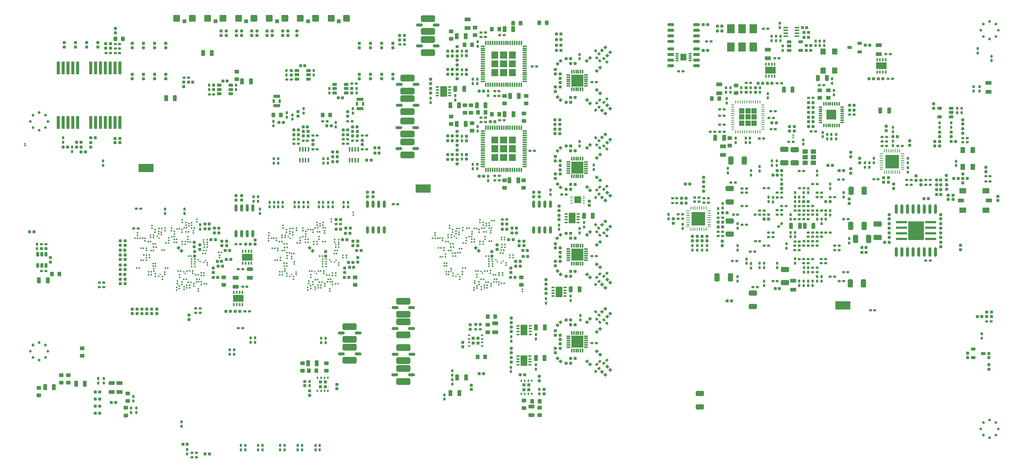
<source format=gbp>
G04*
G04 #@! TF.GenerationSoftware,Altium Limited,Altium Designer,19.1.6 (110)*
G04*
G04 Layer_Color=128*
%FSLAX44Y44*%
%MOMM*%
G71*
G01*
G75*
G04:AMPARAMS|DCode=31|XSize=0.5mm|YSize=0.6mm|CornerRadius=0.05mm|HoleSize=0mm|Usage=FLASHONLY|Rotation=90.000|XOffset=0mm|YOffset=0mm|HoleType=Round|Shape=RoundedRectangle|*
%AMROUNDEDRECTD31*
21,1,0.5000,0.5000,0,0,90.0*
21,1,0.4000,0.6000,0,0,90.0*
1,1,0.1000,0.2500,0.2000*
1,1,0.1000,0.2500,-0.2000*
1,1,0.1000,-0.2500,-0.2000*
1,1,0.1000,-0.2500,0.2000*
%
%ADD31ROUNDEDRECTD31*%
G04:AMPARAMS|DCode=50|XSize=0.6mm|YSize=0.6mm|CornerRadius=0.06mm|HoleSize=0mm|Usage=FLASHONLY|Rotation=315.000|XOffset=0mm|YOffset=0mm|HoleType=Round|Shape=RoundedRectangle|*
%AMROUNDEDRECTD50*
21,1,0.6000,0.4800,0,0,315.0*
21,1,0.4800,0.6000,0,0,315.0*
1,1,0.1200,0.0000,-0.3394*
1,1,0.1200,-0.3394,0.0000*
1,1,0.1200,0.0000,0.3394*
1,1,0.1200,0.3394,0.0000*
%
%ADD50ROUNDEDRECTD50*%
G04:AMPARAMS|DCode=51|XSize=0.5mm|YSize=0.6mm|CornerRadius=0.05mm|HoleSize=0mm|Usage=FLASHONLY|Rotation=180.000|XOffset=0mm|YOffset=0mm|HoleType=Round|Shape=RoundedRectangle|*
%AMROUNDEDRECTD51*
21,1,0.5000,0.5000,0,0,180.0*
21,1,0.4000,0.6000,0,0,180.0*
1,1,0.1000,-0.2000,0.2500*
1,1,0.1000,0.2000,0.2500*
1,1,0.1000,0.2000,-0.2500*
1,1,0.1000,-0.2000,-0.2500*
%
%ADD51ROUNDEDRECTD51*%
G04:AMPARAMS|DCode=60|XSize=0.6mm|YSize=0.6mm|CornerRadius=0.06mm|HoleSize=0mm|Usage=FLASHONLY|Rotation=270.000|XOffset=0mm|YOffset=0mm|HoleType=Round|Shape=RoundedRectangle|*
%AMROUNDEDRECTD60*
21,1,0.6000,0.4800,0,0,270.0*
21,1,0.4800,0.6000,0,0,270.0*
1,1,0.1200,-0.2400,-0.2400*
1,1,0.1200,-0.2400,0.2400*
1,1,0.1200,0.2400,0.2400*
1,1,0.1200,0.2400,-0.2400*
%
%ADD60ROUNDEDRECTD60*%
G04:AMPARAMS|DCode=61|XSize=0.5mm|YSize=0.6mm|CornerRadius=0.05mm|HoleSize=0mm|Usage=FLASHONLY|Rotation=135.000|XOffset=0mm|YOffset=0mm|HoleType=Round|Shape=RoundedRectangle|*
%AMROUNDEDRECTD61*
21,1,0.5000,0.5000,0,0,135.0*
21,1,0.4000,0.6000,0,0,135.0*
1,1,0.1000,0.0354,0.3182*
1,1,0.1000,0.3182,0.0354*
1,1,0.1000,-0.0354,-0.3182*
1,1,0.1000,-0.3182,-0.0354*
%
%ADD61ROUNDEDRECTD61*%
G04:AMPARAMS|DCode=63|XSize=0.5mm|YSize=0.6mm|CornerRadius=0.05mm|HoleSize=0mm|Usage=FLASHONLY|Rotation=225.000|XOffset=0mm|YOffset=0mm|HoleType=Round|Shape=RoundedRectangle|*
%AMROUNDEDRECTD63*
21,1,0.5000,0.5000,0,0,225.0*
21,1,0.4000,0.6000,0,0,225.0*
1,1,0.1000,-0.3182,0.0354*
1,1,0.1000,-0.0354,0.3182*
1,1,0.1000,0.3182,-0.0354*
1,1,0.1000,0.0354,-0.3182*
%
%ADD63ROUNDEDRECTD63*%
G04:AMPARAMS|DCode=65|XSize=1mm|YSize=0.9mm|CornerRadius=0.1125mm|HoleSize=0mm|Usage=FLASHONLY|Rotation=90.000|XOffset=0mm|YOffset=0mm|HoleType=Round|Shape=RoundedRectangle|*
%AMROUNDEDRECTD65*
21,1,1.0000,0.6750,0,0,90.0*
21,1,0.7750,0.9000,0,0,90.0*
1,1,0.2250,0.3375,0.3875*
1,1,0.2250,0.3375,-0.3875*
1,1,0.2250,-0.3375,-0.3875*
1,1,0.2250,-0.3375,0.3875*
%
%ADD65ROUNDEDRECTD65*%
G04:AMPARAMS|DCode=66|XSize=0.6mm|YSize=0.6mm|CornerRadius=0.06mm|HoleSize=0mm|Usage=FLASHONLY|Rotation=0.000|XOffset=0mm|YOffset=0mm|HoleType=Round|Shape=RoundedRectangle|*
%AMROUNDEDRECTD66*
21,1,0.6000,0.4800,0,0,0.0*
21,1,0.4800,0.6000,0,0,0.0*
1,1,0.1200,0.2400,-0.2400*
1,1,0.1200,-0.2400,-0.2400*
1,1,0.1200,-0.2400,0.2400*
1,1,0.1200,0.2400,0.2400*
%
%ADD66ROUNDEDRECTD66*%
G04:AMPARAMS|DCode=67|XSize=1mm|YSize=0.9mm|CornerRadius=0.1125mm|HoleSize=0mm|Usage=FLASHONLY|Rotation=0.000|XOffset=0mm|YOffset=0mm|HoleType=Round|Shape=RoundedRectangle|*
%AMROUNDEDRECTD67*
21,1,1.0000,0.6750,0,0,0.0*
21,1,0.7750,0.9000,0,0,0.0*
1,1,0.2250,0.3875,-0.3375*
1,1,0.2250,-0.3875,-0.3375*
1,1,0.2250,-0.3875,0.3375*
1,1,0.2250,0.3875,0.3375*
%
%ADD67ROUNDEDRECTD67*%
G04:AMPARAMS|DCode=68|XSize=1.3mm|YSize=0.8mm|CornerRadius=0.1mm|HoleSize=0mm|Usage=FLASHONLY|Rotation=180.000|XOffset=0mm|YOffset=0mm|HoleType=Round|Shape=RoundedRectangle|*
%AMROUNDEDRECTD68*
21,1,1.3000,0.6000,0,0,180.0*
21,1,1.1000,0.8000,0,0,180.0*
1,1,0.2000,-0.5500,0.3000*
1,1,0.2000,0.5500,0.3000*
1,1,0.2000,0.5500,-0.3000*
1,1,0.2000,-0.5500,-0.3000*
%
%ADD68ROUNDEDRECTD68*%
G04:AMPARAMS|DCode=74|XSize=1.3mm|YSize=0.8mm|CornerRadius=0.1mm|HoleSize=0mm|Usage=FLASHONLY|Rotation=270.000|XOffset=0mm|YOffset=0mm|HoleType=Round|Shape=RoundedRectangle|*
%AMROUNDEDRECTD74*
21,1,1.3000,0.6000,0,0,270.0*
21,1,1.1000,0.8000,0,0,270.0*
1,1,0.2000,-0.3000,-0.5500*
1,1,0.2000,-0.3000,0.5500*
1,1,0.2000,0.3000,0.5500*
1,1,0.2000,0.3000,-0.5500*
%
%ADD74ROUNDEDRECTD74*%
%ADD77R,3.5000X1.9000*%
G04:AMPARAMS|DCode=81|XSize=0.6mm|YSize=0.6mm|CornerRadius=0.06mm|HoleSize=0mm|Usage=FLASHONLY|Rotation=225.000|XOffset=0mm|YOffset=0mm|HoleType=Round|Shape=RoundedRectangle|*
%AMROUNDEDRECTD81*
21,1,0.6000,0.4800,0,0,225.0*
21,1,0.4800,0.6000,0,0,225.0*
1,1,0.1200,-0.3394,0.0000*
1,1,0.1200,0.0000,0.3394*
1,1,0.1200,0.3394,0.0000*
1,1,0.1200,0.0000,-0.3394*
%
%ADD81ROUNDEDRECTD81*%
G04:AMPARAMS|DCode=89|XSize=0.6mm|YSize=1mm|CornerRadius=0.075mm|HoleSize=0mm|Usage=FLASHONLY|Rotation=0.000|XOffset=0mm|YOffset=0mm|HoleType=Round|Shape=RoundedRectangle|*
%AMROUNDEDRECTD89*
21,1,0.6000,0.8500,0,0,0.0*
21,1,0.4500,1.0000,0,0,0.0*
1,1,0.1500,0.2250,-0.4250*
1,1,0.1500,-0.2250,-0.4250*
1,1,0.1500,-0.2250,0.4250*
1,1,0.1500,0.2250,0.4250*
%
%ADD89ROUNDEDRECTD89*%
%ADD90R,0.4000X1.0000*%
G04:AMPARAMS|DCode=93|XSize=1.5mm|YSize=0.71mm|CornerRadius=0.1775mm|HoleSize=0mm|Usage=FLASHONLY|Rotation=180.000|XOffset=0mm|YOffset=0mm|HoleType=Round|Shape=RoundedRectangle|*
%AMROUNDEDRECTD93*
21,1,1.5000,0.3550,0,0,180.0*
21,1,1.1450,0.7100,0,0,180.0*
1,1,0.3550,-0.5725,0.1775*
1,1,0.3550,0.5725,0.1775*
1,1,0.3550,0.5725,-0.1775*
1,1,0.3550,-0.5725,-0.1775*
%
%ADD93ROUNDEDRECTD93*%
G04:AMPARAMS|DCode=94|XSize=3.25mm|YSize=1.5mm|CornerRadius=0.375mm|HoleSize=0mm|Usage=FLASHONLY|Rotation=180.000|XOffset=0mm|YOffset=0mm|HoleType=Round|Shape=RoundedRectangle|*
%AMROUNDEDRECTD94*
21,1,3.2500,0.7500,0,0,180.0*
21,1,2.5000,1.5000,0,0,180.0*
1,1,0.7500,-1.2500,0.3750*
1,1,0.7500,1.2500,0.3750*
1,1,0.7500,1.2500,-0.3750*
1,1,0.7500,-1.2500,-0.3750*
%
%ADD94ROUNDEDRECTD94*%
%ADD97R,0.3000X0.3100*%
%ADD98R,0.6000X0.9000*%
%ADD99R,1.5000X0.7500*%
G04:AMPARAMS|DCode=107|XSize=1.8mm|YSize=1.15mm|CornerRadius=0.1438mm|HoleSize=0mm|Usage=FLASHONLY|Rotation=90.000|XOffset=0mm|YOffset=0mm|HoleType=Round|Shape=RoundedRectangle|*
%AMROUNDEDRECTD107*
21,1,1.8000,0.8625,0,0,90.0*
21,1,1.5125,1.1500,0,0,90.0*
1,1,0.2875,0.4313,0.7563*
1,1,0.2875,0.4313,-0.7563*
1,1,0.2875,-0.4313,-0.7563*
1,1,0.2875,-0.4313,0.7563*
%
%ADD107ROUNDEDRECTD107*%
G04:AMPARAMS|DCode=108|XSize=1.8mm|YSize=1.15mm|CornerRadius=0.1438mm|HoleSize=0mm|Usage=FLASHONLY|Rotation=180.000|XOffset=0mm|YOffset=0mm|HoleType=Round|Shape=RoundedRectangle|*
%AMROUNDEDRECTD108*
21,1,1.8000,0.8625,0,0,180.0*
21,1,1.5125,1.1500,0,0,180.0*
1,1,0.2875,-0.7563,0.4313*
1,1,0.2875,0.7563,0.4313*
1,1,0.2875,0.7563,-0.4313*
1,1,0.2875,-0.7563,-0.4313*
%
%ADD108ROUNDEDRECTD108*%
G04:AMPARAMS|DCode=119|XSize=0.6mm|YSize=1mm|CornerRadius=0.075mm|HoleSize=0mm|Usage=FLASHONLY|Rotation=90.000|XOffset=0mm|YOffset=0mm|HoleType=Round|Shape=RoundedRectangle|*
%AMROUNDEDRECTD119*
21,1,0.6000,0.8500,0,0,90.0*
21,1,0.4500,1.0000,0,0,90.0*
1,1,0.1500,0.4250,0.2250*
1,1,0.1500,0.4250,-0.2250*
1,1,0.1500,-0.4250,-0.2250*
1,1,0.1500,-0.4250,0.2250*
%
%ADD119ROUNDEDRECTD119*%
%ADD120R,0.3500X0.3000*%
%ADD286R,3.1000X3.1000*%
%ADD344R,0.4500X0.5000*%
%ADD345R,0.8000X0.8000*%
%ADD346R,0.5000X0.4500*%
%ADD347R,0.8000X0.8000*%
G04:AMPARAMS|DCode=348|XSize=0.55mm|YSize=2.6mm|CornerRadius=0.1375mm|HoleSize=0mm|Usage=FLASHONLY|Rotation=270.000|XOffset=0mm|YOffset=0mm|HoleType=Round|Shape=RoundedRectangle|*
%AMROUNDEDRECTD348*
21,1,0.5500,2.3250,0,0,270.0*
21,1,0.2750,2.6000,0,0,270.0*
1,1,0.2750,-1.1625,-0.1375*
1,1,0.2750,-1.1625,0.1375*
1,1,0.2750,1.1625,0.1375*
1,1,0.2750,1.1625,-0.1375*
%
%ADD348ROUNDEDRECTD348*%
%ADD349R,3.6000X4.2000*%
G04:AMPARAMS|DCode=350|XSize=1.5mm|YSize=1.5mm|CornerRadius=0.1875mm|HoleSize=0mm|Usage=FLASHONLY|Rotation=0.000|XOffset=0mm|YOffset=0mm|HoleType=Round|Shape=RoundedRectangle|*
%AMROUNDEDRECTD350*
21,1,1.5000,1.1250,0,0,0.0*
21,1,1.1250,1.5000,0,0,0.0*
1,1,0.3750,0.5625,-0.5625*
1,1,0.3750,-0.5625,-0.5625*
1,1,0.3750,-0.5625,0.5625*
1,1,0.3750,0.5625,0.5625*
%
%ADD350ROUNDEDRECTD350*%
G04:AMPARAMS|DCode=351|XSize=0.9mm|YSize=0.9mm|CornerRadius=0.1125mm|HoleSize=0mm|Usage=FLASHONLY|Rotation=0.000|XOffset=0mm|YOffset=0mm|HoleType=Round|Shape=RoundedRectangle|*
%AMROUNDEDRECTD351*
21,1,0.9000,0.6750,0,0,0.0*
21,1,0.6750,0.9000,0,0,0.0*
1,1,0.2250,0.3375,-0.3375*
1,1,0.2250,-0.3375,-0.3375*
1,1,0.2250,-0.3375,0.3375*
1,1,0.2250,0.3375,0.3375*
%
%ADD351ROUNDEDRECTD351*%
%ADD352R,1.8000X2.0000*%
%ADD353R,1.2500X1.3500*%
%ADD354R,1.5000X1.2000*%
%ADD355R,1.4000X0.9000*%
%ADD356R,1.0000X1.3500*%
%ADD359R,1.0000X0.4000*%
%ADD360O,0.3000X0.9000*%
%ADD361O,0.9000X0.3000*%
%ADD363R,0.8000X3.0000*%
%ADD364R,0.8000X0.3000*%
%ADD365R,1.4000X1.6000*%
G04:AMPARAMS|DCode=366|XSize=0.25mm|YSize=0.75mm|CornerRadius=0.0625mm|HoleSize=0mm|Usage=FLASHONLY|Rotation=180.000|XOffset=0mm|YOffset=0mm|HoleType=Round|Shape=RoundedRectangle|*
%AMROUNDEDRECTD366*
21,1,0.2500,0.6250,0,0,180.0*
21,1,0.1250,0.7500,0,0,180.0*
1,1,0.1250,-0.0625,0.3125*
1,1,0.1250,0.0625,0.3125*
1,1,0.1250,0.0625,-0.3125*
1,1,0.1250,-0.0625,-0.3125*
%
%ADD366ROUNDEDRECTD366*%
G04:AMPARAMS|DCode=367|XSize=0.25mm|YSize=0.75mm|CornerRadius=0.0625mm|HoleSize=0mm|Usage=FLASHONLY|Rotation=90.000|XOffset=0mm|YOffset=0mm|HoleType=Round|Shape=RoundedRectangle|*
%AMROUNDEDRECTD367*
21,1,0.2500,0.6250,0,0,90.0*
21,1,0.1250,0.7500,0,0,90.0*
1,1,0.1250,0.3125,0.0625*
1,1,0.1250,0.3125,-0.0625*
1,1,0.1250,-0.3125,-0.0625*
1,1,0.1250,-0.3125,0.0625*
%
%ADD367ROUNDEDRECTD367*%
G04:AMPARAMS|DCode=369|XSize=0.25mm|YSize=0.8mm|CornerRadius=0.0625mm|HoleSize=0mm|Usage=FLASHONLY|Rotation=270.000|XOffset=0mm|YOffset=0mm|HoleType=Round|Shape=RoundedRectangle|*
%AMROUNDEDRECTD369*
21,1,0.2500,0.6750,0,0,270.0*
21,1,0.1250,0.8000,0,0,270.0*
1,1,0.1250,-0.3375,-0.0625*
1,1,0.1250,-0.3375,0.0625*
1,1,0.1250,0.3375,0.0625*
1,1,0.1250,0.3375,-0.0625*
%
%ADD369ROUNDEDRECTD369*%
G04:AMPARAMS|DCode=370|XSize=0.25mm|YSize=0.8mm|CornerRadius=0.0625mm|HoleSize=0mm|Usage=FLASHONLY|Rotation=0.000|XOffset=0mm|YOffset=0mm|HoleType=Round|Shape=RoundedRectangle|*
%AMROUNDEDRECTD370*
21,1,0.2500,0.6750,0,0,0.0*
21,1,0.1250,0.8000,0,0,0.0*
1,1,0.1250,0.0625,-0.3375*
1,1,0.1250,-0.0625,-0.3375*
1,1,0.1250,-0.0625,0.3375*
1,1,0.1250,0.0625,0.3375*
%
%ADD370ROUNDEDRECTD370*%
%ADD371R,3.1000X3.1000*%
%ADD372R,0.3000X0.3500*%
G04:AMPARAMS|DCode=373|XSize=0.6mm|YSize=1.55mm|CornerRadius=0.15mm|HoleSize=0mm|Usage=FLASHONLY|Rotation=270.000|XOffset=0mm|YOffset=0mm|HoleType=Round|Shape=RoundedRectangle|*
%AMROUNDEDRECTD373*
21,1,0.6000,1.2500,0,0,270.0*
21,1,0.3000,1.5500,0,0,270.0*
1,1,0.3000,-0.6250,-0.1500*
1,1,0.3000,-0.6250,0.1500*
1,1,0.3000,0.6250,0.1500*
1,1,0.3000,0.6250,-0.1500*
%
%ADD373ROUNDEDRECTD373*%
%ADD374R,2.3500X1.6000*%
%ADD375R,0.3000X0.7000*%
%ADD376R,1.6000X2.3500*%
%ADD377R,0.7000X0.3000*%
G04:AMPARAMS|DCode=378|XSize=1mm|YSize=1.2mm|CornerRadius=0.125mm|HoleSize=0mm|Usage=FLASHONLY|Rotation=270.000|XOffset=0mm|YOffset=0mm|HoleType=Round|Shape=RoundedRectangle|*
%AMROUNDEDRECTD378*
21,1,1.0000,0.9500,0,0,270.0*
21,1,0.7500,1.2000,0,0,270.0*
1,1,0.2500,-0.4750,-0.3750*
1,1,0.2500,-0.4750,0.3750*
1,1,0.2500,0.4750,0.3750*
1,1,0.2500,0.4750,-0.3750*
%
%ADD378ROUNDEDRECTD378*%
%ADD379R,1.6000X1.6000*%
%ADD380R,0.6250X0.2500*%
%ADD381O,0.6000X2.2000*%
G04:AMPARAMS|DCode=382|XSize=0.95mm|YSize=0.3mm|CornerRadius=0.075mm|HoleSize=0mm|Usage=FLASHONLY|Rotation=90.000|XOffset=0mm|YOffset=0mm|HoleType=Round|Shape=RoundedRectangle|*
%AMROUNDEDRECTD382*
21,1,0.9500,0.1500,0,0,90.0*
21,1,0.8000,0.3000,0,0,90.0*
1,1,0.1500,0.0750,0.4000*
1,1,0.1500,0.0750,-0.4000*
1,1,0.1500,-0.0750,-0.4000*
1,1,0.1500,-0.0750,0.4000*
%
%ADD382ROUNDEDRECTD382*%
G04:AMPARAMS|DCode=383|XSize=0.95mm|YSize=0.3mm|CornerRadius=0.075mm|HoleSize=0mm|Usage=FLASHONLY|Rotation=0.000|XOffset=0mm|YOffset=0mm|HoleType=Round|Shape=RoundedRectangle|*
%AMROUNDEDRECTD383*
21,1,0.9500,0.1500,0,0,0.0*
21,1,0.8000,0.3000,0,0,0.0*
1,1,0.1500,0.4000,-0.0750*
1,1,0.1500,-0.4000,-0.0750*
1,1,0.1500,-0.4000,0.0750*
1,1,0.1500,0.4000,0.0750*
%
%ADD383ROUNDEDRECTD383*%
G04:AMPARAMS|DCode=385|XSize=0.3mm|YSize=0.35mm|CornerRadius=0mm|HoleSize=0mm|Usage=FLASHONLY|Rotation=315.000|XOffset=0mm|YOffset=0mm|HoleType=Round|Shape=Rectangle|*
%AMROTATEDRECTD385*
4,1,4,-0.2298,-0.0177,0.0177,0.2298,0.2298,0.0177,-0.0177,-0.2298,-0.2298,-0.0177,0.0*
%
%ADD385ROTATEDRECTD385*%

%ADD386O,0.6000X1.7000*%
G04:AMPARAMS|DCode=387|XSize=0.3mm|YSize=0.35mm|CornerRadius=0mm|HoleSize=0mm|Usage=FLASHONLY|Rotation=225.000|XOffset=0mm|YOffset=0mm|HoleType=Round|Shape=Rectangle|*
%AMROTATEDRECTD387*
4,1,4,-0.0177,0.2298,0.2298,-0.0177,0.0177,-0.2298,-0.2298,0.0177,-0.0177,0.2298,0.0*
%
%ADD387ROTATEDRECTD387*%

G04:AMPARAMS|DCode=388|XSize=0.3mm|YSize=0.9mm|CornerRadius=0.075mm|HoleSize=0mm|Usage=FLASHONLY|Rotation=270.000|XOffset=0mm|YOffset=0mm|HoleType=Round|Shape=RoundedRectangle|*
%AMROUNDEDRECTD388*
21,1,0.3000,0.7500,0,0,270.0*
21,1,0.1500,0.9000,0,0,270.0*
1,1,0.1500,-0.3750,-0.0750*
1,1,0.1500,-0.3750,0.0750*
1,1,0.1500,0.3750,0.0750*
1,1,0.1500,0.3750,-0.0750*
%
%ADD388ROUNDEDRECTD388*%
G04:AMPARAMS|DCode=389|XSize=0.3mm|YSize=0.9mm|CornerRadius=0.075mm|HoleSize=0mm|Usage=FLASHONLY|Rotation=0.000|XOffset=0mm|YOffset=0mm|HoleType=Round|Shape=RoundedRectangle|*
%AMROUNDEDRECTD389*
21,1,0.3000,0.7500,0,0,0.0*
21,1,0.1500,0.9000,0,0,0.0*
1,1,0.1500,0.0750,-0.3750*
1,1,0.1500,-0.0750,-0.3750*
1,1,0.1500,-0.0750,0.3750*
1,1,0.1500,0.0750,0.3750*
%
%ADD389ROUNDEDRECTD389*%
%ADD390R,2.7000X2.7000*%
%ADD447R,2.2500X2.2500*%
G36*
X2286699Y1094043D02*
X2287543Y1093199D01*
X2288000Y1092097D01*
Y1091500D01*
Y1090903D01*
X2287543Y1089801D01*
X2286699Y1088957D01*
X2285597Y1088500D01*
X2284403D01*
X2283300Y1088957D01*
X2282457Y1089801D01*
X2282000Y1090903D01*
Y1091500D01*
Y1092097D01*
X2282457Y1093199D01*
X2283300Y1094043D01*
X2284403Y1094500D01*
X2285597D01*
X2286699Y1094043D01*
D02*
G37*
G36*
X2300841Y1088185D02*
X2301263Y1087763D01*
X2301685Y1087342D01*
X2302142Y1086239D01*
Y1085045D01*
X2301685Y1083943D01*
X2301263Y1083521D01*
X2300841Y1083099D01*
X2299739Y1082642D01*
X2298545D01*
X2297443Y1083099D01*
X2297021Y1083521D01*
X2296599Y1083943D01*
X2296142Y1085045D01*
Y1086239D01*
X2296599Y1087342D01*
X2297021Y1087763D01*
X2297443Y1088185D01*
X2298545Y1088642D01*
X2299739D01*
X2300841Y1088185D01*
D02*
G37*
G36*
X2272557D02*
X2272979Y1087763D01*
X2273401Y1087342D01*
X2273858Y1086239D01*
Y1085045D01*
X2273401Y1083943D01*
X2272979Y1083521D01*
X2272557Y1083099D01*
X2271454Y1082642D01*
X2270261D01*
X2269158Y1083099D01*
X2268736Y1083521D01*
X2268315Y1083943D01*
X2267858Y1085045D01*
Y1086239D01*
X2268315Y1087342D01*
X2268736Y1087763D01*
X2269158Y1088185D01*
X2270261Y1088642D01*
X2271454D01*
X2272557Y1088185D01*
D02*
G37*
G36*
X2306699Y1074043D02*
X2307543Y1073199D01*
X2308000Y1072097D01*
Y1071500D01*
Y1070903D01*
X2307543Y1069801D01*
X2306699Y1068957D01*
X2305597Y1068500D01*
X2304403D01*
X2303300Y1068957D01*
X2302457Y1069801D01*
X2302000Y1070903D01*
Y1071500D01*
Y1072097D01*
X2302457Y1073199D01*
X2303300Y1074043D01*
X2304403Y1074500D01*
X2305597D01*
X2306699Y1074043D01*
D02*
G37*
G36*
X2266699D02*
X2267543Y1073199D01*
X2268000Y1072097D01*
Y1071500D01*
Y1070903D01*
X2267543Y1069801D01*
X2266699Y1068957D01*
X2265597Y1068500D01*
X2264403D01*
X2263300Y1068957D01*
X2262457Y1069801D01*
X2262000Y1070903D01*
Y1071500D01*
Y1072097D01*
X2262457Y1073199D01*
X2263300Y1074043D01*
X2264403Y1074500D01*
X2265597D01*
X2266699Y1074043D01*
D02*
G37*
G36*
X2300841Y1059901D02*
X2301263Y1059479D01*
X2301685Y1059057D01*
X2302142Y1057955D01*
Y1056761D01*
X2301685Y1055658D01*
X2301263Y1055237D01*
X2300841Y1054815D01*
X2299739Y1054358D01*
X2298545D01*
X2297443Y1054815D01*
X2297021Y1055237D01*
X2296599Y1055658D01*
X2296142Y1056761D01*
Y1057955D01*
X2296599Y1059057D01*
X2297021Y1059479D01*
X2297443Y1059901D01*
X2298545Y1060358D01*
X2299739D01*
X2300841Y1059901D01*
D02*
G37*
G36*
X2272557D02*
X2272979Y1059479D01*
X2273401Y1059057D01*
X2273858Y1057955D01*
Y1056761D01*
X2273401Y1055658D01*
X2272979Y1055237D01*
X2272557Y1054815D01*
X2271454Y1054358D01*
X2270261D01*
X2269158Y1054815D01*
X2268736Y1055237D01*
X2268315Y1055658D01*
X2267858Y1056761D01*
Y1057955D01*
X2268315Y1059057D01*
X2268736Y1059479D01*
X2269158Y1059901D01*
X2270261Y1060358D01*
X2271454D01*
X2272557Y1059901D01*
D02*
G37*
G36*
X2286699Y1054043D02*
X2287543Y1053199D01*
X2288000Y1052097D01*
Y1051500D01*
Y1050903D01*
X2287543Y1049801D01*
X2286699Y1048957D01*
X2285597Y1048500D01*
X2284403D01*
X2283300Y1048957D01*
X2282457Y1049801D01*
X2282000Y1050903D01*
Y1051500D01*
Y1052097D01*
X2282457Y1053199D01*
X2283300Y1054043D01*
X2284403Y1054500D01*
X2285597D01*
X2286699Y1054043D01*
D02*
G37*
G36*
X1171180Y1007415D02*
X1155509D01*
Y1022979D01*
X1171180D01*
Y1007415D01*
D02*
G37*
G36*
X1191080Y1007408D02*
X1175466D01*
Y1022979D01*
X1191080D01*
Y1007408D01*
D02*
G37*
G36*
X1210980Y1007394D02*
X1195395D01*
Y1022979D01*
X1210980D01*
Y1007394D01*
D02*
G37*
G36*
X1191080Y987464D02*
X1175465D01*
Y1003079D01*
X1191080D01*
Y987464D01*
D02*
G37*
G36*
X1210980Y987464D02*
X1195412D01*
Y1003079D01*
X1210980D01*
Y987464D01*
D02*
G37*
G36*
X1171180Y987463D02*
X1155514D01*
Y1003079D01*
X1171180D01*
Y987463D01*
D02*
G37*
G36*
Y967547D02*
X1155548D01*
Y983179D01*
X1171180D01*
Y967547D01*
D02*
G37*
G36*
X1191080Y967545D02*
X1175472D01*
Y983179D01*
X1191080D01*
Y967545D01*
D02*
G37*
G36*
X1210980Y967538D02*
X1195401D01*
Y983179D01*
X1210980Y983179D01*
Y967538D01*
D02*
G37*
G36*
X1756200Y894751D02*
X1756567Y894598D01*
X1756848Y894317D01*
X1757000Y893949D01*
X1757000Y893750D01*
X1757000D01*
X1757001Y883751D01*
X1757001Y883552D01*
X1756849Y883185D01*
X1756568Y882903D01*
X1756200Y882751D01*
X1756001Y882751D01*
X1756001Y882751D01*
X1746001Y882751D01*
X1745802Y882751D01*
X1745434Y882903D01*
X1745153Y883184D01*
X1745000Y883551D01*
X1745000Y883750D01*
X1745000Y883750D01*
X1745000Y893750D01*
X1745000Y893949D01*
X1745152Y894317D01*
X1745434Y894599D01*
X1745802Y894751D01*
X1746001Y894751D01*
X1746001Y894751D01*
X1756001Y894751D01*
X1756200Y894751D01*
D02*
G37*
G36*
X1742199Y894750D02*
X1742566Y894597D01*
X1742847Y894316D01*
X1743000Y893948D01*
X1742999Y893749D01*
X1743000D01*
X1743000Y883750D01*
X1743000Y883551D01*
X1742848Y883184D01*
X1742567Y882902D01*
X1742199Y882750D01*
X1742000Y882750D01*
X1742000Y882750D01*
X1732000Y882750D01*
X1731801Y882750D01*
X1731433Y882902D01*
X1731152Y883183D01*
X1730999Y883550D01*
X1730999Y883749D01*
X1730999Y883749D01*
X1730999Y893749D01*
X1730999Y893948D01*
X1731151Y894316D01*
X1731433Y894598D01*
X1731801Y894750D01*
X1732000Y894750D01*
X1732000Y894750D01*
X1742000Y894750D01*
X1742199Y894750D01*
D02*
G37*
G36*
X1728199D02*
X1728566Y894597D01*
X1728848Y894316D01*
X1729000Y893948D01*
X1728999Y893749D01*
X1728999D01*
X1729000Y883750D01*
X1729000Y883551D01*
X1728848Y883184D01*
X1728567Y882902D01*
X1728199Y882750D01*
X1728000Y882750D01*
X1728000Y882750D01*
X1718000Y882750D01*
X1717801Y882750D01*
X1717433Y882902D01*
X1717152Y883183D01*
X1716999Y883550D01*
X1716999Y883749D01*
X1716999Y883749D01*
X1716999Y893749D01*
X1716999Y893948D01*
X1717151Y894316D01*
X1717433Y894598D01*
X1717801Y894750D01*
X1718000Y894750D01*
X1718000Y894750D01*
X1728000Y894750D01*
X1728199Y894750D01*
D02*
G37*
G36*
X131949Y887293D02*
X132793Y886449D01*
X133250Y885347D01*
Y884750D01*
Y884153D01*
X132793Y883051D01*
X131949Y882207D01*
X130847Y881750D01*
X129653D01*
X128551Y882207D01*
X127707Y883051D01*
X127250Y884153D01*
Y884750D01*
Y885347D01*
X127707Y886449D01*
X128551Y887293D01*
X129653Y887750D01*
X130847D01*
X131949Y887293D01*
D02*
G37*
G36*
X1756200Y880750D02*
X1756567Y880598D01*
X1756848Y880316D01*
X1757000Y879949D01*
X1757000Y879750D01*
X1757000D01*
X1757001Y869750D01*
X1757001Y869551D01*
X1756849Y869184D01*
X1756568Y868903D01*
X1756200Y868750D01*
X1756001Y868751D01*
X1756001Y868750D01*
X1746001Y868750D01*
X1745802Y868750D01*
X1745434Y868902D01*
X1745153Y869183D01*
X1745000Y869550D01*
X1745000Y869749D01*
X1745000Y869749D01*
X1745000Y879749D01*
X1745000Y879948D01*
X1745152Y880316D01*
X1745434Y880598D01*
X1745802Y880750D01*
X1746001Y880750D01*
X1746001Y880750D01*
X1756001Y880750D01*
X1756200Y880750D01*
D02*
G37*
G36*
X1742199Y880749D02*
X1742566Y880597D01*
X1742847Y880315D01*
X1743000Y879948D01*
X1742999Y879749D01*
X1742999D01*
X1743000Y869749D01*
X1743000Y869550D01*
X1742848Y869183D01*
X1742567Y868902D01*
X1742199Y868749D01*
X1742000Y868749D01*
X1742000Y868749D01*
X1732000Y868749D01*
X1731801Y868749D01*
X1731433Y868901D01*
X1731152Y869182D01*
X1730999Y869549D01*
X1730999Y869748D01*
X1730999Y869748D01*
X1730999Y879748D01*
X1730999Y879947D01*
X1731151Y880315D01*
X1731433Y880597D01*
X1731801Y880749D01*
X1732000Y880749D01*
X1732000Y880749D01*
X1742000Y880749D01*
X1742199Y880749D01*
D02*
G37*
G36*
X1728199D02*
X1728566Y880597D01*
X1728847Y880315D01*
X1728999Y879948D01*
X1728999Y879749D01*
X1728999D01*
X1729000Y869749D01*
X1729000Y869550D01*
X1728848Y869183D01*
X1728567Y868902D01*
X1728199Y868749D01*
X1728000Y868749D01*
X1728000Y868749D01*
X1718000Y868749D01*
X1717801Y868749D01*
X1717433Y868901D01*
X1717152Y869182D01*
X1716999Y869549D01*
X1716999Y869748D01*
X1716999Y869748D01*
X1716999Y879748D01*
X1716999Y879947D01*
X1717151Y880315D01*
X1717433Y880597D01*
X1717801Y880749D01*
X1718000Y880749D01*
X1718000Y880749D01*
X1728000Y880749D01*
X1728199Y880749D01*
D02*
G37*
G36*
X146091Y881435D02*
X146513Y881013D01*
X146935Y880591D01*
X147392Y879489D01*
Y878295D01*
X146935Y877193D01*
X146513Y876771D01*
X146091Y876349D01*
X144989Y875892D01*
X143795D01*
X142693Y876349D01*
X142271Y876771D01*
X141849Y877193D01*
X141392Y878295D01*
Y879489D01*
X141849Y880591D01*
X142271Y881013D01*
X142693Y881435D01*
X143795Y881892D01*
X144989D01*
X146091Y881435D01*
D02*
G37*
G36*
X117807D02*
X118229Y881013D01*
X118651Y880591D01*
X119108Y879489D01*
Y878295D01*
X118651Y877193D01*
X118229Y876771D01*
X117807Y876349D01*
X116705Y875892D01*
X115511D01*
X114408Y876349D01*
X113987Y876771D01*
X113565Y877193D01*
X113108Y878295D01*
Y879489D01*
X113565Y880591D01*
X113987Y881013D01*
X114408Y881435D01*
X115511Y881892D01*
X116705D01*
X117807Y881435D01*
D02*
G37*
G36*
X1732000Y866750D02*
X1742000Y866750D01*
X1742000Y866750D01*
X1742199Y866750D01*
X1742567Y866598D01*
X1742848Y866316D01*
X1743000Y865949D01*
X1743000Y865750D01*
X1743000Y855751D01*
X1742999Y855751D01*
X1743000Y855552D01*
X1742847Y855184D01*
X1742566Y854902D01*
X1742199Y854750D01*
X1742000Y854750D01*
X1732000Y854750D01*
X1731801Y854750D01*
X1731433Y854902D01*
X1731151Y855184D01*
X1730999Y855552D01*
X1730999Y855751D01*
X1730999Y865751D01*
X1730999Y865751D01*
X1730999Y865950D01*
X1731152Y866317D01*
X1731433Y866598D01*
X1731801Y866750D01*
X1732000Y866750D01*
D02*
G37*
G36*
X1718000D02*
X1728000Y866750D01*
X1728000Y866750D01*
X1728199Y866750D01*
X1728567Y866598D01*
X1728848Y866316D01*
X1729000Y865949D01*
X1729000Y865750D01*
X1728999Y855751D01*
X1728999Y855751D01*
X1729000Y855552D01*
X1728848Y855184D01*
X1728566Y854902D01*
X1728199Y854750D01*
X1728000Y854750D01*
X1718000Y854750D01*
X1717801Y854750D01*
X1717433Y854902D01*
X1717151Y855184D01*
X1716999Y855552D01*
X1716999Y855751D01*
X1716999Y865751D01*
X1716999Y865751D01*
X1716999Y865950D01*
X1717152Y866317D01*
X1717433Y866598D01*
X1717801Y866750D01*
X1718000Y866750D01*
D02*
G37*
G36*
X1746001Y866749D02*
X1756001Y866749D01*
X1756001Y866749D01*
X1756200Y866749D01*
X1756568Y866597D01*
X1756849Y866315D01*
X1757001Y865948D01*
X1757001Y865749D01*
X1757000Y855750D01*
X1757000Y855750D01*
X1757000Y855551D01*
X1756848Y855183D01*
X1756567Y854902D01*
X1756200Y854749D01*
X1756001Y854749D01*
X1746001Y854749D01*
X1745802Y854749D01*
X1745434Y854901D01*
X1745152Y855183D01*
X1745000Y855551D01*
X1745000Y855750D01*
X1745000Y865750D01*
X1745000Y865750D01*
X1745000Y865949D01*
X1745153Y866316D01*
X1745434Y866597D01*
X1745802Y866749D01*
X1746001Y866749D01*
D02*
G37*
G36*
X151949Y867293D02*
X152793Y866449D01*
X153250Y865347D01*
Y864750D01*
Y864153D01*
X152793Y863051D01*
X151949Y862207D01*
X150847Y861750D01*
X149653D01*
X148551Y862207D01*
X147707Y863051D01*
X147250Y864153D01*
Y864750D01*
Y865347D01*
X147707Y866449D01*
X148551Y867293D01*
X149653Y867750D01*
X150847D01*
X151949Y867293D01*
D02*
G37*
G36*
X111949D02*
X112793Y866449D01*
X113250Y865347D01*
Y864750D01*
Y864153D01*
X112793Y863051D01*
X111949Y862207D01*
X110847Y861750D01*
X109653D01*
X108551Y862207D01*
X107707Y863051D01*
X107250Y864153D01*
Y864750D01*
Y865347D01*
X107707Y866449D01*
X108551Y867293D01*
X109653Y867750D01*
X110847D01*
X111949Y867293D01*
D02*
G37*
G36*
X146091Y853151D02*
X146513Y852729D01*
X146935Y852307D01*
X147392Y851205D01*
Y850011D01*
X146935Y848908D01*
X146513Y848486D01*
X146091Y848064D01*
X144989Y847608D01*
X143795D01*
X142693Y848064D01*
X142271Y848486D01*
X141849Y848908D01*
X141392Y850011D01*
Y851205D01*
X141849Y852307D01*
X142271Y852729D01*
X142693Y853151D01*
X143795Y853608D01*
X144989D01*
X146091Y853151D01*
D02*
G37*
G36*
X117807D02*
X118229Y852729D01*
X118651Y852307D01*
X119108Y851205D01*
Y850011D01*
X118651Y848908D01*
X118229Y848486D01*
X117807Y848064D01*
X116705Y847608D01*
X115511D01*
X114408Y848064D01*
X113987Y848486D01*
X113565Y848908D01*
X113108Y850011D01*
Y851205D01*
X113565Y852307D01*
X113987Y852729D01*
X114408Y853151D01*
X115511Y853608D01*
X116705D01*
X117807Y853151D01*
D02*
G37*
G36*
X131949Y847293D02*
X132793Y846449D01*
X133250Y845347D01*
Y844750D01*
Y844153D01*
X132793Y843051D01*
X131949Y842207D01*
X130847Y841750D01*
X129653D01*
X128551Y842207D01*
X127707Y843051D01*
X127250Y844153D01*
Y844750D01*
Y845347D01*
X127707Y846449D01*
X128551Y847293D01*
X129653Y847750D01*
X130847D01*
X131949Y847293D01*
D02*
G37*
G36*
X1171180Y814666D02*
X1155509D01*
Y830230D01*
X1171180D01*
Y814666D01*
D02*
G37*
G36*
X1191080Y814659D02*
X1175466D01*
Y830230D01*
X1191080D01*
Y814659D01*
D02*
G37*
G36*
X1210980Y814645D02*
X1195395D01*
Y830230D01*
X1210980D01*
Y814645D01*
D02*
G37*
G36*
X1191080Y794715D02*
X1175465D01*
Y810330D01*
X1191080D01*
Y794715D01*
D02*
G37*
G36*
X1210980Y794715D02*
X1195412D01*
X1195412Y810330D01*
X1210980D01*
Y794715D01*
D02*
G37*
G36*
X1171180Y794714D02*
X1155514D01*
Y810330D01*
X1171180D01*
Y794714D01*
D02*
G37*
G36*
Y774798D02*
X1155548D01*
Y790430D01*
X1171180D01*
Y774798D01*
D02*
G37*
G36*
X1191080Y774796D02*
X1175472D01*
Y790430D01*
X1191080D01*
Y774796D01*
D02*
G37*
G36*
X1210980Y774789D02*
X1195401D01*
Y790430D01*
X1210980Y790430D01*
Y774789D01*
D02*
G37*
G36*
X131949Y366043D02*
X132793Y365199D01*
X133250Y364097D01*
Y363500D01*
Y362903D01*
X132793Y361801D01*
X131949Y360957D01*
X130847Y360500D01*
X129653D01*
X128551Y360957D01*
X127707Y361801D01*
X127250Y362903D01*
Y363500D01*
Y364097D01*
X127707Y365199D01*
X128551Y366043D01*
X129653Y366500D01*
X130847D01*
X131949Y366043D01*
D02*
G37*
G36*
X146091Y360185D02*
X146513Y359763D01*
X146935Y359342D01*
X147392Y358239D01*
Y357045D01*
X146935Y355943D01*
X146513Y355521D01*
X146091Y355099D01*
X144989Y354642D01*
X143795D01*
X142693Y355099D01*
X142271Y355521D01*
X141849Y355943D01*
X141392Y357045D01*
Y358239D01*
X141849Y359342D01*
X142271Y359763D01*
X142693Y360185D01*
X143795Y360642D01*
X144989D01*
X146091Y360185D01*
D02*
G37*
G36*
X117807D02*
X118229Y359763D01*
X118651Y359342D01*
X119108Y358239D01*
Y357045D01*
X118651Y355943D01*
X118229Y355521D01*
X117807Y355099D01*
X116705Y354642D01*
X115511D01*
X114408Y355099D01*
X113987Y355521D01*
X113565Y355943D01*
X113108Y357045D01*
Y358239D01*
X113565Y359342D01*
X113987Y359763D01*
X114408Y360185D01*
X115511Y360642D01*
X116705D01*
X117807Y360185D01*
D02*
G37*
G36*
X151949Y346043D02*
X152793Y345199D01*
X153250Y344097D01*
Y343500D01*
Y342903D01*
X152793Y341801D01*
X151949Y340957D01*
X150847Y340500D01*
X149653D01*
X148551Y340957D01*
X147707Y341801D01*
X147250Y342903D01*
Y343500D01*
Y344097D01*
X147707Y345199D01*
X148551Y346043D01*
X149653Y346500D01*
X150847D01*
X151949Y346043D01*
D02*
G37*
G36*
X111949D02*
X112793Y345199D01*
X113250Y344097D01*
Y343500D01*
Y342903D01*
X112793Y341801D01*
X111949Y340957D01*
X110847Y340500D01*
X109653D01*
X108551Y340957D01*
X107707Y341801D01*
X107250Y342903D01*
Y343500D01*
Y344097D01*
X107707Y345199D01*
X108551Y346043D01*
X109653Y346500D01*
X110847D01*
X111949Y346043D01*
D02*
G37*
G36*
X146091Y331901D02*
X146513Y331479D01*
X146935Y331057D01*
X147392Y329955D01*
Y328761D01*
X146935Y327659D01*
X146513Y327237D01*
X146091Y326815D01*
X144989Y326358D01*
X143795D01*
X142693Y326815D01*
X142271Y327237D01*
X141849Y327659D01*
X141392Y328761D01*
Y329955D01*
X141849Y331057D01*
X142271Y331479D01*
X142693Y331901D01*
X143795Y332358D01*
X144989D01*
X146091Y331901D01*
D02*
G37*
G36*
X117807D02*
X118229Y331479D01*
X118651Y331057D01*
X119108Y329955D01*
Y328761D01*
X118651Y327659D01*
X118229Y327237D01*
X117807Y326815D01*
X116705Y326358D01*
X115511D01*
X114408Y326815D01*
X113987Y327237D01*
X113565Y327659D01*
X113108Y328761D01*
Y329955D01*
X113565Y331057D01*
X113987Y331479D01*
X114408Y331901D01*
X115511Y332358D01*
X116705D01*
X117807Y331901D01*
D02*
G37*
G36*
X131949Y326043D02*
X132793Y325199D01*
X133250Y324097D01*
Y323500D01*
Y322903D01*
X132793Y321801D01*
X131949Y320957D01*
X130847Y320500D01*
X129653D01*
X128551Y320957D01*
X127707Y321801D01*
X127250Y322903D01*
Y323500D01*
Y324097D01*
X127707Y325199D01*
X128551Y326043D01*
X129653Y326500D01*
X130847D01*
X131949Y326043D01*
D02*
G37*
G36*
X2286699Y190043D02*
X2287543Y189199D01*
X2288000Y188097D01*
Y187500D01*
Y186903D01*
X2287543Y185801D01*
X2286699Y184957D01*
X2285597Y184500D01*
X2284403D01*
X2283300Y184957D01*
X2282457Y185801D01*
X2282000Y186903D01*
Y187500D01*
Y188097D01*
X2282457Y189199D01*
X2283300Y190043D01*
X2284403Y190500D01*
X2285597D01*
X2286699Y190043D01*
D02*
G37*
G36*
X2300841Y184185D02*
X2301263Y183764D01*
X2301685Y183342D01*
X2302142Y182239D01*
Y181045D01*
X2301685Y179943D01*
X2301263Y179521D01*
X2300841Y179099D01*
X2299739Y178642D01*
X2298545D01*
X2297443Y179099D01*
X2297021Y179521D01*
X2296599Y179943D01*
X2296142Y181045D01*
Y182239D01*
X2296599Y183342D01*
X2297021Y183764D01*
X2297443Y184185D01*
X2298545Y184642D01*
X2299739D01*
X2300841Y184185D01*
D02*
G37*
G36*
X2272557D02*
X2272979Y183764D01*
X2273401Y183342D01*
X2273858Y182239D01*
Y181045D01*
X2273401Y179943D01*
X2272979Y179521D01*
X2272557Y179099D01*
X2271454Y178642D01*
X2270261D01*
X2269158Y179099D01*
X2268736Y179521D01*
X2268314Y179943D01*
X2267858Y181045D01*
Y182239D01*
X2268314Y183342D01*
X2268736Y183764D01*
X2269158Y184185D01*
X2270261Y184642D01*
X2271454D01*
X2272557Y184185D01*
D02*
G37*
G36*
X2306699Y170043D02*
X2307543Y169199D01*
X2308000Y168097D01*
Y167500D01*
Y166903D01*
X2307543Y165801D01*
X2306699Y164957D01*
X2305597Y164500D01*
X2304403D01*
X2303300Y164957D01*
X2302457Y165801D01*
X2302000Y166903D01*
Y167500D01*
Y168097D01*
X2302457Y169199D01*
X2303300Y170043D01*
X2304403Y170500D01*
X2305597D01*
X2306699Y170043D01*
D02*
G37*
G36*
X2266699D02*
X2267543Y169199D01*
X2268000Y168097D01*
Y167500D01*
Y166903D01*
X2267543Y165801D01*
X2266699Y164957D01*
X2265597Y164500D01*
X2264403D01*
X2263300Y164957D01*
X2262457Y165801D01*
X2262000Y166903D01*
Y167500D01*
Y168097D01*
X2262457Y169199D01*
X2263300Y170043D01*
X2264403Y170500D01*
X2265597D01*
X2266699Y170043D01*
D02*
G37*
G36*
X2300841Y155901D02*
X2301263Y155479D01*
X2301685Y155057D01*
X2302142Y153955D01*
Y152761D01*
X2301685Y151658D01*
X2301263Y151236D01*
X2300841Y150815D01*
X2299739Y150358D01*
X2298545D01*
X2297443Y150815D01*
X2297021Y151236D01*
X2296599Y151658D01*
X2296142Y152761D01*
Y153955D01*
X2296599Y155057D01*
X2297021Y155479D01*
X2297443Y155901D01*
X2298545Y156358D01*
X2299739D01*
X2300841Y155901D01*
D02*
G37*
G36*
X2272557D02*
X2272979Y155479D01*
X2273401Y155057D01*
X2273858Y153955D01*
Y152761D01*
X2273401Y151658D01*
X2272979Y151236D01*
X2272557Y150815D01*
X2271454Y150358D01*
X2270261D01*
X2269158Y150815D01*
X2268736Y151236D01*
X2268314Y151658D01*
X2267858Y152761D01*
Y153955D01*
X2268314Y155057D01*
X2268736Y155479D01*
X2269158Y155901D01*
X2270261Y156358D01*
X2271454D01*
X2272557Y155901D01*
D02*
G37*
G36*
X2286699Y150043D02*
X2287543Y149199D01*
X2288000Y148097D01*
Y147500D01*
Y146903D01*
X2287543Y145801D01*
X2286699Y144957D01*
X2285597Y144500D01*
X2284403D01*
X2283300Y144957D01*
X2282457Y145801D01*
X2282000Y146903D01*
Y147500D01*
Y148097D01*
X2282457Y149199D01*
X2283300Y150043D01*
X2284403Y150500D01*
X2285597D01*
X2286699Y150043D01*
D02*
G37*
%LPC*%
G36*
X1732000Y854750D02*
X1732000D01*
X1732000D01*
D01*
D02*
G37*
G36*
X1718000D02*
X1718000D01*
X1718000D01*
D01*
D02*
G37*
G36*
X1746001Y854749D02*
X1746001D01*
X1746001D01*
D01*
D02*
G37*
%LPD*%
D31*
X873000Y833000D02*
D03*
X863000D02*
D03*
X773000Y864740D02*
D03*
X783000D02*
D03*
X829525Y864515D02*
D03*
X839525D02*
D03*
X2278250Y411250D02*
D03*
X2288250D02*
D03*
X582000Y395500D02*
D03*
X592000D02*
D03*
X1589036Y653996D02*
D03*
X1579036D02*
D03*
Y644004D02*
D03*
X1589036D02*
D03*
X2140500Y731750D02*
D03*
X2150500D02*
D03*
X2140500Y720750D02*
D03*
X2150500D02*
D03*
X2097500Y720750D02*
D03*
X2107500D02*
D03*
X2097500Y731750D02*
D03*
X2107500D02*
D03*
X2286260Y739960D02*
D03*
X2276260D02*
D03*
X2286260Y728490D02*
D03*
X2276260D02*
D03*
X1863750Y542750D02*
D03*
X1873750D02*
D03*
X2014750Y436000D02*
D03*
X2024750D02*
D03*
X2234360Y827100D02*
D03*
X2224360D02*
D03*
X2234360Y817100D02*
D03*
X2224360D02*
D03*
X1880500Y842250D02*
D03*
X1890500D02*
D03*
X1977500Y879750D02*
D03*
X1967500D02*
D03*
X1909250Y946500D02*
D03*
X1899250D02*
D03*
X1884750Y918000D02*
D03*
X1874750D02*
D03*
X1772250Y1075000D02*
D03*
X1782250D02*
D03*
X312750Y1040000D02*
D03*
X302750D02*
D03*
X291750Y1020000D02*
D03*
X281750D02*
D03*
X312750Y1030000D02*
D03*
X302750D02*
D03*
Y1020000D02*
D03*
X312750Y1020000D02*
D03*
X1843500Y643250D02*
D03*
X1853500D02*
D03*
X1732950Y951890D02*
D03*
X1742950D02*
D03*
X1803750Y702750D02*
D03*
X1813750D02*
D03*
X1783750Y713000D02*
D03*
X1773750D02*
D03*
X1893750Y692883D02*
D03*
X1903750D02*
D03*
X1803750Y652750D02*
D03*
X1813750D02*
D03*
X1724000Y630500D02*
D03*
X1734000D02*
D03*
X1894000Y602750D02*
D03*
X1904000D02*
D03*
X1783750Y612500D02*
D03*
X1793750D02*
D03*
X1742750Y569250D02*
D03*
X1752750D02*
D03*
X1773750Y582750D02*
D03*
X1783750D02*
D03*
X1903250Y552750D02*
D03*
X1913250D02*
D03*
X1863500Y642750D02*
D03*
X1873500D02*
D03*
X1853750Y662750D02*
D03*
X1843750D02*
D03*
X1712000Y547750D02*
D03*
X1702000D02*
D03*
X1679500Y646500D02*
D03*
X1669500D02*
D03*
X1575890Y679426D02*
D03*
X1565890D02*
D03*
X1575890Y690425D02*
D03*
X1565890D02*
D03*
X1679500Y604500D02*
D03*
X1669500D02*
D03*
X1679500Y614500D02*
D03*
X1669500D02*
D03*
X1637390Y690150D02*
D03*
X1647390D02*
D03*
X1637390Y680150D02*
D03*
X1647390D02*
D03*
X813460Y631632D02*
D03*
X803460D02*
D03*
X1903750Y662750D02*
D03*
X1913750D02*
D03*
X1190362Y642299D02*
D03*
X1180362D02*
D03*
X586407Y586125D02*
D03*
X576407D02*
D03*
X596890Y433796D02*
D03*
X606890D02*
D03*
X526100Y926000D02*
D03*
X516100D02*
D03*
X1130500Y393000D02*
D03*
X1120500D02*
D03*
X354910Y621815D02*
D03*
X344910D02*
D03*
X360849Y666841D02*
D03*
X350849D02*
D03*
X135750Y525540D02*
D03*
X145750D02*
D03*
X135730Y586520D02*
D03*
X145730D02*
D03*
X266760Y499065D02*
D03*
X276760D02*
D03*
X495379Y440500D02*
D03*
X485379D02*
D03*
X276760Y489066D02*
D03*
X266760D02*
D03*
X485379Y430500D02*
D03*
X495379D02*
D03*
X1589890Y978360D02*
D03*
X1579890D02*
D03*
X1653384Y1046148D02*
D03*
X1643384D02*
D03*
X2059500Y1017500D02*
D03*
X2049500D02*
D03*
X2065000Y961250D02*
D03*
X2055000D02*
D03*
X1808000Y1007500D02*
D03*
X1798000D02*
D03*
X1813500Y951250D02*
D03*
X1803500D02*
D03*
X591907Y529875D02*
D03*
X581907D02*
D03*
X591390Y490046D02*
D03*
X601390Y490046D02*
D03*
X1839750Y818250D02*
D03*
X1829750D02*
D03*
X1315140Y699110D02*
D03*
X1325140D02*
D03*
X2140090Y549200D02*
D03*
X2150090D02*
D03*
X2076750Y809000D02*
D03*
X2086750D02*
D03*
X1894000Y532500D02*
D03*
X1884000D02*
D03*
X1893750Y522750D02*
D03*
X1883750D02*
D03*
X2051160Y829000D02*
D03*
X2041160D02*
D03*
X2051160Y819000D02*
D03*
X2041160D02*
D03*
X2051160Y809000D02*
D03*
X2041160D02*
D03*
X2022250Y733500D02*
D03*
X2032250D02*
D03*
X458607Y964000D02*
D03*
X468607D02*
D03*
X948500Y1039250D02*
D03*
X958500D02*
D03*
X1893750Y592750D02*
D03*
X1883750D02*
D03*
X1893750Y662750D02*
D03*
X1883750D02*
D03*
X1863250Y552750D02*
D03*
X1853250D02*
D03*
X1884000Y552500D02*
D03*
X1874000D02*
D03*
X1853750Y752500D02*
D03*
X1863750D02*
D03*
X1893750Y722875D02*
D03*
X1883750D02*
D03*
X1864000Y713000D02*
D03*
X1854000D02*
D03*
X1803750Y502750D02*
D03*
X1793750D02*
D03*
X1933750Y512500D02*
D03*
X1923750D02*
D03*
X1864000Y662750D02*
D03*
X1874000D02*
D03*
X1904000Y612750D02*
D03*
X1894000D02*
D03*
X1893750Y582760D02*
D03*
X1883750D02*
D03*
X1923750Y612750D02*
D03*
X1913750D02*
D03*
X1964250Y642750D02*
D03*
X1954250D02*
D03*
X1903750Y703250D02*
D03*
X1893750D02*
D03*
X1933750Y692883D02*
D03*
X1923750D02*
D03*
X1943250Y732876D02*
D03*
X1953250D02*
D03*
X1813750Y663000D02*
D03*
X1803750D02*
D03*
X1813750Y692250D02*
D03*
X1803750D02*
D03*
X1758750Y488842D02*
D03*
X1748750D02*
D03*
X1724000Y712500D02*
D03*
X1734000D02*
D03*
X1764000Y592750D02*
D03*
X1754000D02*
D03*
X1944000Y582500D02*
D03*
X1934000D02*
D03*
X1714000Y652750D02*
D03*
X1704000D02*
D03*
X1793750Y602500D02*
D03*
X1783750D02*
D03*
X1698750Y726000D02*
D03*
X1708750D02*
D03*
X1763750Y652750D02*
D03*
X1753750D02*
D03*
X1733750Y703000D02*
D03*
X1723750D02*
D03*
X1723750Y672750D02*
D03*
X1733750D02*
D03*
X1773750Y662750D02*
D03*
X1763750D02*
D03*
X1783750Y652750D02*
D03*
X1773750D02*
D03*
X1884000Y612500D02*
D03*
X1874000D02*
D03*
X1853500Y582500D02*
D03*
X1843500D02*
D03*
X1853750Y592421D02*
D03*
X1843750D02*
D03*
X1883500Y652750D02*
D03*
X1873500D02*
D03*
X1883750Y672500D02*
D03*
X1873750D02*
D03*
X1813750Y673006D02*
D03*
X1823750D02*
D03*
X1863500Y672750D02*
D03*
X1853500D02*
D03*
X1943750Y502500D02*
D03*
X1953750D02*
D03*
X1944000Y572500D02*
D03*
X1934000D02*
D03*
X1963750Y522750D02*
D03*
X1953750D02*
D03*
X1913250Y542750D02*
D03*
X1903250D02*
D03*
X1883750Y603000D02*
D03*
X1873750D02*
D03*
X1873750Y582500D02*
D03*
X1863750D02*
D03*
X1843500Y572853D02*
D03*
X1853500D02*
D03*
X1874000Y592618D02*
D03*
X1864000D02*
D03*
X1863500Y652750D02*
D03*
X1853500D02*
D03*
X1243273Y797522D02*
D03*
X1253273D02*
D03*
X1173280Y740779D02*
D03*
X1163280D02*
D03*
X1174273Y867522D02*
D03*
X1184273D02*
D03*
X1173273Y730772D02*
D03*
X1163273D02*
D03*
X1142273Y873522D02*
D03*
X1132273D02*
D03*
X1142273Y863522D02*
D03*
X1132273D02*
D03*
X1248269Y989525D02*
D03*
X1258269D02*
D03*
X1173023Y933021D02*
D03*
X1163023D02*
D03*
X1174280Y1060223D02*
D03*
X1184280D02*
D03*
X1173023Y922271D02*
D03*
X1163023D02*
D03*
X1142277Y1056271D02*
D03*
X1132277D02*
D03*
X1142273Y1066271D02*
D03*
X1132273D02*
D03*
X1616390Y692400D02*
D03*
X1626390D02*
D03*
X1616390Y682400D02*
D03*
X1626390D02*
D03*
X1672934Y857530D02*
D03*
X1682934D02*
D03*
X1798740Y887250D02*
D03*
X1788740D02*
D03*
X1772600Y826140D02*
D03*
X1762600D02*
D03*
X1789490Y847250D02*
D03*
X1799490D02*
D03*
X1682934Y877280D02*
D03*
X1672934D02*
D03*
X1682934Y892250D02*
D03*
X1672934D02*
D03*
X1784490Y872250D02*
D03*
X1794490D02*
D03*
X1682850Y841140D02*
D03*
X1672850D02*
D03*
X1661850D02*
D03*
X1651850D02*
D03*
X1393250Y559000D02*
D03*
X1383250D02*
D03*
X1393250Y361500D02*
D03*
X1383250D02*
D03*
X1393250Y954000D02*
D03*
X1383250D02*
D03*
X943250Y676500D02*
D03*
X933250D02*
D03*
X476500Y103000D02*
D03*
X486500D02*
D03*
X476500Y113000D02*
D03*
X486500D02*
D03*
X750695Y832643D02*
D03*
X760695D02*
D03*
X707591Y824039D02*
D03*
X717591D02*
D03*
Y814039D02*
D03*
X707591D02*
D03*
X728591Y821039D02*
D03*
X738591D02*
D03*
X750695Y801440D02*
D03*
X760695D02*
D03*
X819852Y824039D02*
D03*
X829852D02*
D03*
Y814039D02*
D03*
X819852D02*
D03*
X840845Y821189D02*
D03*
X850845D02*
D03*
X862955Y801440D02*
D03*
X872955D02*
D03*
X849250Y950000D02*
D03*
X839250D02*
D03*
X691750Y959250D02*
D03*
X701750D02*
D03*
D50*
X1394628Y782001D02*
D03*
X1401699Y789072D02*
D03*
X1372001Y804628D02*
D03*
X1379072Y811699D02*
D03*
X1406649Y827963D02*
D03*
X1413720Y835034D02*
D03*
X1417963Y816649D02*
D03*
X1425034Y823720D02*
D03*
X1312386Y804686D02*
D03*
X1305315Y797615D02*
D03*
X1371915Y1002043D02*
D03*
X1378987Y1009114D02*
D03*
X1406564Y1025377D02*
D03*
X1413635Y1032449D02*
D03*
X1394628Y584501D02*
D03*
X1401699Y591572D02*
D03*
X1417963Y619149D02*
D03*
X1425034Y626220D02*
D03*
X1372001Y607128D02*
D03*
X1379072Y614199D02*
D03*
X1406649Y630463D02*
D03*
X1413720Y637534D02*
D03*
X1312385Y1002186D02*
D03*
X1305314Y995115D02*
D03*
X1394628Y979501D02*
D03*
X1401699Y986572D02*
D03*
X1417878Y1014064D02*
D03*
X1424948Y1021135D02*
D03*
X1379072Y416699D02*
D03*
X1372001Y409628D02*
D03*
X1425034Y428720D02*
D03*
X1417963Y421649D02*
D03*
X1413720Y440034D02*
D03*
X1406649Y432963D02*
D03*
X1305314Y402615D02*
D03*
X1312385Y409686D02*
D03*
X1401699Y394072D02*
D03*
X1394628Y387001D02*
D03*
X1304950Y600000D02*
D03*
X1312021Y607071D02*
D03*
D51*
X661250Y864740D02*
D03*
Y854740D02*
D03*
X704750Y879500D02*
D03*
Y869500D02*
D03*
X841554Y893294D02*
D03*
Y883294D02*
D03*
X802780Y852015D02*
D03*
Y862015D02*
D03*
X729500Y893500D02*
D03*
X729500Y883500D02*
D03*
X691500Y884000D02*
D03*
Y874000D02*
D03*
X2289114Y1012480D02*
D03*
Y1002480D02*
D03*
X1556967Y644000D02*
D03*
Y654000D02*
D03*
X830420Y671106D02*
D03*
Y681106D02*
D03*
X786101Y671106D02*
D03*
Y681106D02*
D03*
X774160Y671106D02*
D03*
Y681106D02*
D03*
X729840Y671106D02*
D03*
Y681106D02*
D03*
X1810960Y1058000D02*
D03*
Y1048000D02*
D03*
X1800960Y1058000D02*
D03*
Y1048000D02*
D03*
X1790960D02*
D03*
Y1058000D02*
D03*
X1815750Y1036025D02*
D03*
Y1026025D02*
D03*
X1890250Y1047000D02*
D03*
Y1037000D02*
D03*
X1900250Y1047000D02*
D03*
Y1037000D02*
D03*
X1910250D02*
D03*
Y1047000D02*
D03*
X1927750Y951000D02*
D03*
Y961000D02*
D03*
X2066250Y841500D02*
D03*
Y851500D02*
D03*
Y809500D02*
D03*
Y819500D02*
D03*
X1791275Y765075D02*
D03*
Y775075D02*
D03*
X1802250Y775250D02*
D03*
Y765250D02*
D03*
X2208750Y764500D02*
D03*
Y774500D02*
D03*
X1809250Y1077500D02*
D03*
Y1087500D02*
D03*
X1916500Y824750D02*
D03*
Y834750D02*
D03*
X1926500D02*
D03*
Y824750D02*
D03*
X1906500Y829750D02*
D03*
Y839750D02*
D03*
X1932000Y935250D02*
D03*
Y925250D02*
D03*
X1937000Y824750D02*
D03*
Y834750D02*
D03*
X2172000Y861250D02*
D03*
Y851250D02*
D03*
X2198000Y861250D02*
D03*
Y851250D02*
D03*
X2221500Y894250D02*
D03*
Y884250D02*
D03*
X2211500D02*
D03*
Y894250D02*
D03*
X204750Y796250D02*
D03*
Y806250D02*
D03*
X184500Y817250D02*
D03*
Y827250D02*
D03*
X587500Y119500D02*
D03*
Y129500D02*
D03*
X597500D02*
D03*
Y119500D02*
D03*
X277000Y271250D02*
D03*
Y281250D02*
D03*
X275042Y764894D02*
D03*
Y774894D02*
D03*
X1722350Y930890D02*
D03*
Y940890D02*
D03*
X1862250Y822750D02*
D03*
Y812750D02*
D03*
X1843750Y682750D02*
D03*
Y672750D02*
D03*
X1853750Y692750D02*
D03*
Y682750D02*
D03*
X1843750Y702883D02*
D03*
Y692883D02*
D03*
X1833500Y652750D02*
D03*
Y642750D02*
D03*
X1783750Y682500D02*
D03*
Y692500D02*
D03*
X1773750Y492500D02*
D03*
Y502500D02*
D03*
X1774000Y532750D02*
D03*
Y542750D02*
D03*
X1803750Y533000D02*
D03*
Y543000D02*
D03*
X1713500Y502750D02*
D03*
Y512750D02*
D03*
X1924000Y652500D02*
D03*
Y662500D02*
D03*
X1954000Y692750D02*
D03*
Y702750D02*
D03*
X1714000Y573000D02*
D03*
Y583000D02*
D03*
X1733750Y542750D02*
D03*
Y552750D02*
D03*
X1853750Y492500D02*
D03*
Y502500D02*
D03*
X1873500Y492500D02*
D03*
Y502500D02*
D03*
X1893750Y502250D02*
D03*
Y512250D02*
D03*
X1833750Y602750D02*
D03*
Y612750D02*
D03*
X1864000Y522500D02*
D03*
Y532500D02*
D03*
X1279296Y452860D02*
D03*
Y462860D02*
D03*
X1200296Y375860D02*
D03*
Y365860D02*
D03*
X1199955Y307110D02*
D03*
Y297110D02*
D03*
X1048750Y234500D02*
D03*
Y244500D02*
D03*
X576580Y936520D02*
D03*
Y946520D02*
D03*
X515600Y936500D02*
D03*
X515600Y946500D02*
D03*
X609400Y373619D02*
D03*
Y363619D02*
D03*
X619400D02*
D03*
Y373619D02*
D03*
X1264250Y256750D02*
D03*
Y246750D02*
D03*
X743000Y265000D02*
D03*
Y275000D02*
D03*
X616248Y693580D02*
D03*
Y683580D02*
D03*
X719199Y670831D02*
D03*
Y680831D02*
D03*
X662899Y670831D02*
D03*
Y680830D02*
D03*
X672649Y670831D02*
D03*
Y680830D02*
D03*
X415385Y665756D02*
D03*
Y655756D02*
D03*
X459385Y665756D02*
D03*
Y655756D02*
D03*
X125230Y576020D02*
D03*
X125230Y586020D02*
D03*
X779875Y363067D02*
D03*
Y373067D02*
D03*
X769875Y363117D02*
D03*
Y373117D02*
D03*
X572089Y336315D02*
D03*
Y346315D02*
D03*
X784735Y769981D02*
D03*
Y779981D02*
D03*
X774735D02*
D03*
Y769981D02*
D03*
X562089Y346315D02*
D03*
Y336315D02*
D03*
X672475Y769981D02*
D03*
Y779981D02*
D03*
X662475Y779981D02*
D03*
Y769981D02*
D03*
X453135Y183250D02*
D03*
Y173250D02*
D03*
X2267500Y383000D02*
D03*
Y373000D02*
D03*
X2257750Y1019750D02*
D03*
Y1029750D02*
D03*
X2262000Y943500D02*
D03*
Y933500D02*
D03*
X2249000Y943500D02*
D03*
X2249000Y933500D02*
D03*
X1365250Y625250D02*
D03*
X1365250Y635250D02*
D03*
X1309000Y619750D02*
D03*
Y629750D02*
D03*
X1256205Y312610D02*
D03*
Y302610D02*
D03*
X1017750Y907375D02*
D03*
Y917375D02*
D03*
X1073750Y912875D02*
D03*
Y922875D02*
D03*
X1256546Y381360D02*
D03*
Y371360D02*
D03*
X1335546Y458360D02*
D03*
Y468360D02*
D03*
X1903750Y502250D02*
D03*
Y512250D02*
D03*
X1843624Y552980D02*
D03*
Y542980D02*
D03*
X1874000Y702750D02*
D03*
Y712750D02*
D03*
X2002090Y771000D02*
D03*
Y761000D02*
D03*
X2012250Y771000D02*
D03*
Y761000D02*
D03*
X2022250Y781000D02*
D03*
Y771000D02*
D03*
X2100000Y781000D02*
D03*
Y771000D02*
D03*
Y760000D02*
D03*
Y750000D02*
D03*
X264500Y271250D02*
D03*
Y281250D02*
D03*
X338750Y214750D02*
D03*
Y204750D02*
D03*
X350220Y214750D02*
D03*
Y204750D02*
D03*
X343500Y230910D02*
D03*
Y240910D02*
D03*
X1843750Y612750D02*
D03*
Y602750D02*
D03*
X1894000Y652750D02*
D03*
X1894000Y642750D02*
D03*
X1874000Y532500D02*
D03*
Y522500D02*
D03*
X1893750Y752500D02*
D03*
Y742500D02*
D03*
X1966750Y588750D02*
D03*
Y598750D02*
D03*
X1824250Y576750D02*
D03*
Y586750D02*
D03*
X1743750Y542250D02*
D03*
Y532250D02*
D03*
X1923750Y712518D02*
D03*
Y722518D02*
D03*
X1691750Y747750D02*
D03*
Y757750D02*
D03*
X1863750Y702750D02*
D03*
Y692750D02*
D03*
X1793750Y692250D02*
D03*
Y682250D02*
D03*
X1764000Y542750D02*
D03*
Y532750D02*
D03*
X1743750Y752750D02*
D03*
Y742750D02*
D03*
X1763750Y762500D02*
D03*
Y752500D02*
D03*
X1713500Y633000D02*
D03*
Y623000D02*
D03*
X1903750Y632750D02*
D03*
Y642750D02*
D03*
X1913750D02*
D03*
Y652750D02*
D03*
X1813750Y732750D02*
D03*
Y742750D02*
D03*
X1148273Y740272D02*
D03*
Y730272D02*
D03*
X1123523Y767522D02*
D03*
Y757522D02*
D03*
X1113523Y767522D02*
D03*
Y757522D02*
D03*
X1124523Y842522D02*
D03*
Y852522D02*
D03*
X1088523Y789022D02*
D03*
Y779022D02*
D03*
X1088523Y831022D02*
D03*
Y821022D02*
D03*
X1124527Y1035275D02*
D03*
Y1045275D02*
D03*
X1148273Y933021D02*
D03*
Y923021D02*
D03*
X1113527Y960275D02*
D03*
Y950275D02*
D03*
X1123656Y960279D02*
D03*
Y950279D02*
D03*
X1088523Y981788D02*
D03*
Y971788D02*
D03*
Y1023771D02*
D03*
Y1013771D02*
D03*
X1387250Y755750D02*
D03*
Y765750D02*
D03*
X1355500Y809250D02*
D03*
Y819250D02*
D03*
X1669250Y656750D02*
D03*
Y666750D02*
D03*
X1679500Y678500D02*
D03*
Y668500D02*
D03*
X1589540Y631500D02*
D03*
Y621500D02*
D03*
X1644500Y582760D02*
D03*
Y572760D02*
D03*
X1633500Y582760D02*
D03*
Y572760D02*
D03*
X1622500Y582760D02*
D03*
Y572760D02*
D03*
X1611500Y582760D02*
D03*
Y572760D02*
D03*
X1764350Y930890D02*
D03*
Y940890D02*
D03*
X1743450Y940890D02*
D03*
X1743450Y930890D02*
D03*
X1741850Y826890D02*
D03*
Y816890D02*
D03*
X1709575Y826915D02*
D03*
X1709575Y816915D02*
D03*
X1731850Y826890D02*
D03*
Y816890D02*
D03*
X1781990Y917750D02*
D03*
Y927750D02*
D03*
X1689350Y916390D02*
D03*
Y906390D02*
D03*
X1697350Y930640D02*
D03*
Y940640D02*
D03*
X1687350Y930640D02*
D03*
Y940640D02*
D03*
X1355500Y621750D02*
D03*
Y611750D02*
D03*
X820420Y681106D02*
D03*
Y671106D02*
D03*
X626248Y683580D02*
D03*
Y693580D02*
D03*
X709199Y680831D02*
D03*
Y670831D02*
D03*
X764160Y681106D02*
D03*
Y671106D02*
D03*
X739840Y681106D02*
D03*
Y671106D02*
D03*
X796101Y681106D02*
D03*
Y671106D02*
D03*
X1357250Y424250D02*
D03*
Y414250D02*
D03*
X682649Y680830D02*
D03*
Y670831D02*
D03*
X652899Y680830D02*
D03*
Y670831D02*
D03*
X1355500Y1016750D02*
D03*
Y1006750D02*
D03*
X1289223Y709138D02*
D03*
Y699138D02*
D03*
X465500Y110250D02*
D03*
Y120250D02*
D03*
X636500Y119500D02*
D03*
Y129500D02*
D03*
X626500Y119500D02*
D03*
Y129500D02*
D03*
X686500Y119500D02*
D03*
Y129500D02*
D03*
X676500Y119500D02*
D03*
Y129500D02*
D03*
X726500Y119500D02*
D03*
Y129500D02*
D03*
X716500Y119500D02*
D03*
Y129500D02*
D03*
X766500Y119500D02*
D03*
Y129500D02*
D03*
X756500Y119500D02*
D03*
Y129500D02*
D03*
X495000Y629922D02*
D03*
Y619922D02*
D03*
X1863750Y502500D02*
D03*
Y492500D02*
D03*
X1884000Y502500D02*
D03*
Y492500D02*
D03*
X630500Y655750D02*
D03*
Y665750D02*
D03*
X1067000Y278490D02*
D03*
Y268490D02*
D03*
Y299240D02*
D03*
Y289240D02*
D03*
X788000Y929500D02*
D03*
Y939500D02*
D03*
X849750Y929500D02*
D03*
Y939500D02*
D03*
X753000Y979750D02*
D03*
Y969750D02*
D03*
X691250Y979750D02*
D03*
Y969750D02*
D03*
D60*
X819852Y834539D02*
D03*
X829852D02*
D03*
X707591Y845539D02*
D03*
X717591D02*
D03*
X707591Y834539D02*
D03*
X717591D02*
D03*
X674000Y862250D02*
D03*
X684000D02*
D03*
X782255Y854515D02*
D03*
X792255D02*
D03*
X891250Y804970D02*
D03*
X901250D02*
D03*
X891250Y792500D02*
D03*
X901250D02*
D03*
X806000Y795500D02*
D03*
X796000Y795500D02*
D03*
X806000Y784500D02*
D03*
X796000D02*
D03*
X1977500Y901250D02*
D03*
X1967500D02*
D03*
X1977500Y890250D02*
D03*
X1967500D02*
D03*
X1874250Y1055500D02*
D03*
X1864250D02*
D03*
X1874250Y1066500D02*
D03*
X1864250D02*
D03*
X1689750Y457500D02*
D03*
X1699750D02*
D03*
X1679500Y636000D02*
D03*
X1669500D02*
D03*
X2164500Y731750D02*
D03*
X2174500D02*
D03*
X2164500Y720750D02*
D03*
X2174500D02*
D03*
X2164500Y709750D02*
D03*
X2174500D02*
D03*
X2164500Y698750D02*
D03*
X2174500D02*
D03*
X2214250Y735000D02*
D03*
X2204250D02*
D03*
X1869750Y1026000D02*
D03*
X1879750D02*
D03*
X1879750Y1037000D02*
D03*
X1869750D02*
D03*
X267660Y234910D02*
D03*
X257660D02*
D03*
X267660Y250910D02*
D03*
X257660D02*
D03*
X2224250Y735000D02*
D03*
X2234250D02*
D03*
X1870540Y1077500D02*
D03*
X1860540D02*
D03*
X1884750Y874500D02*
D03*
X1874750D02*
D03*
Y885500D02*
D03*
X1884750D02*
D03*
X1874750Y896500D02*
D03*
X1884750D02*
D03*
Y907500D02*
D03*
X1874750D02*
D03*
X1884750Y852750D02*
D03*
X1874750D02*
D03*
Y863750D02*
D03*
X1884750D02*
D03*
X2076250Y830500D02*
D03*
X2066250D02*
D03*
X1668080Y1080600D02*
D03*
X1678080Y1080600D02*
D03*
X2198000Y819250D02*
D03*
X2208000D02*
D03*
X108750Y614000D02*
D03*
X118750D02*
D03*
X184500Y806250D02*
D03*
X194500D02*
D03*
X225250Y817250D02*
D03*
X215250D02*
D03*
X235250Y795250D02*
D03*
X225250D02*
D03*
Y806250D02*
D03*
X215250D02*
D03*
X247500Y827750D02*
D03*
X257500D02*
D03*
X1210462Y536102D02*
D03*
X1220462D02*
D03*
X1237462Y558102D02*
D03*
X1227462D02*
D03*
X1808750Y485500D02*
D03*
X1798750D02*
D03*
X1923750Y682750D02*
D03*
X1913750D02*
D03*
X843560Y533435D02*
D03*
X833560D02*
D03*
X822310Y510935D02*
D03*
X832310D02*
D03*
X849810Y571685D02*
D03*
X859810D02*
D03*
X817610Y595985D02*
D03*
X827610D02*
D03*
X1345000Y403250D02*
D03*
X1335000D02*
D03*
X1199212Y511102D02*
D03*
X1209212D02*
D03*
X1226712Y571852D02*
D03*
X1236712D02*
D03*
X1194512Y596152D02*
D03*
X1204512D02*
D03*
X1803750Y752750D02*
D03*
X1813750D02*
D03*
X2005250Y578250D02*
D03*
X1995250D02*
D03*
X1803750Y742779D02*
D03*
X1793750D02*
D03*
X1873750Y682750D02*
D03*
X1863750D02*
D03*
X1689500Y657500D02*
D03*
X1679500D02*
D03*
X1586890Y679426D02*
D03*
X1596890D02*
D03*
X1586890Y690425D02*
D03*
X1596890D02*
D03*
X1679500Y625000D02*
D03*
X1669500D02*
D03*
X293820Y226910D02*
D03*
X303820D02*
D03*
X257660Y218910D02*
D03*
X267660D02*
D03*
X257660Y202910D02*
D03*
X267660D02*
D03*
X598407Y585875D02*
D03*
X608407D02*
D03*
X574890Y434046D02*
D03*
X584890D02*
D03*
X553890D02*
D03*
X563890D02*
D03*
X2005250Y567250D02*
D03*
X1995250D02*
D03*
X546600Y956125D02*
D03*
X556600Y956125D02*
D03*
X1221250Y290000D02*
D03*
X1231250D02*
D03*
X1120500Y404250D02*
D03*
X1130500Y404250D02*
D03*
X145730Y576020D02*
D03*
X135730D02*
D03*
X1678080Y1069600D02*
D03*
X1668080D02*
D03*
X2013489Y1037500D02*
D03*
X2003489Y1037500D02*
D03*
X831310Y544435D02*
D03*
X841310D02*
D03*
X2267250Y421750D02*
D03*
X2257250D02*
D03*
X1313250Y1025280D02*
D03*
X1303250Y1025280D02*
D03*
X1313250Y1037750D02*
D03*
X1313250Y1062690D02*
D03*
X1303250D02*
D03*
X1313250Y1050220D02*
D03*
X1646134Y1084248D02*
D03*
X1636134D02*
D03*
X1646134Y1025748D02*
D03*
X1636134D02*
D03*
X2033000Y961500D02*
D03*
X2043000D02*
D03*
X2022000D02*
D03*
X2012000D02*
D03*
X1781500Y951500D02*
D03*
X1791500D02*
D03*
X1770500D02*
D03*
X1760500D02*
D03*
X2136000Y689750D02*
D03*
X2146000D02*
D03*
X564910Y551685D02*
D03*
X554910D02*
D03*
X803460Y642132D02*
D03*
X813460D02*
D03*
X1210462Y547102D02*
D03*
X1220462D02*
D03*
X1953750Y752750D02*
D03*
X1943750D02*
D03*
X1928750Y765250D02*
D03*
X1918750D02*
D03*
X2057400Y590500D02*
D03*
X2047400D02*
D03*
X468607Y953500D02*
D03*
X478607D02*
D03*
X1773750Y642750D02*
D03*
X1783750D02*
D03*
X1202212Y611852D02*
D03*
X1212212D02*
D03*
X1202122Y622986D02*
D03*
X1212122D02*
D03*
X1180362Y631799D02*
D03*
X1190362D02*
D03*
X1180112Y620414D02*
D03*
X1190112D02*
D03*
X1127773Y740272D02*
D03*
X1137773D02*
D03*
X1163273Y864022D02*
D03*
X1153273D02*
D03*
X1067023Y778522D02*
D03*
X1057023D02*
D03*
X1067023Y789522D02*
D03*
X1057023D02*
D03*
X1067023Y820522D02*
D03*
X1057023D02*
D03*
X1067023Y831522D02*
D03*
X1057023D02*
D03*
X1127773Y933021D02*
D03*
X1137773D02*
D03*
X1067023Y971288D02*
D03*
X1057023D02*
D03*
X1067023Y982288D02*
D03*
X1057023D02*
D03*
X1067023Y1013271D02*
D03*
X1057023D02*
D03*
X1067023Y1024271D02*
D03*
X1057023D02*
D03*
X1335000Y721750D02*
D03*
X1345000D02*
D03*
X1325000Y710750D02*
D03*
X1335000D02*
D03*
X1325000Y809250D02*
D03*
X1335000D02*
D03*
X1335000Y798250D02*
D03*
X1345000D02*
D03*
X1595250Y722750D02*
D03*
X1605250D02*
D03*
X1791500Y861750D02*
D03*
X1801500D02*
D03*
X314500Y517500D02*
D03*
X324500D02*
D03*
X1335000Y513250D02*
D03*
X1325000D02*
D03*
X1345000Y600000D02*
D03*
X1335000D02*
D03*
X1335000Y611000D02*
D03*
X1325000D02*
D03*
X1345000Y524250D02*
D03*
X1335000D02*
D03*
X324500Y572500D02*
D03*
X314500D02*
D03*
X1335000Y315750D02*
D03*
X1325000D02*
D03*
X1335000Y414250D02*
D03*
X1325000D02*
D03*
X1345000Y326750D02*
D03*
X1335000D02*
D03*
X1335000Y908250D02*
D03*
X1325000D02*
D03*
X1345000Y995750D02*
D03*
X1335000D02*
D03*
X1335000Y1006750D02*
D03*
X1325000D02*
D03*
X1345000Y919250D02*
D03*
X1335000D02*
D03*
X825220Y622819D02*
D03*
X835220D02*
D03*
X803210Y620246D02*
D03*
X813210D02*
D03*
X824685Y611060D02*
D03*
X834685D02*
D03*
X466000Y132625D02*
D03*
X456000D02*
D03*
X506500Y110750D02*
D03*
X516500D02*
D03*
X546060Y535935D02*
D03*
X536060D02*
D03*
X527720Y622819D02*
D03*
X537720D02*
D03*
X505960Y620882D02*
D03*
X515960D02*
D03*
X505960Y631632D02*
D03*
X515960D02*
D03*
X527810Y611685D02*
D03*
X537810D02*
D03*
X533810Y546935D02*
D03*
X543810D02*
D03*
X534810Y510935D02*
D03*
X524810D02*
D03*
X530110Y595985D02*
D03*
X520110D02*
D03*
X562310Y571685D02*
D03*
X552310D02*
D03*
X1303250Y1050220D02*
D03*
Y1037750D02*
D03*
X1137500Y292625D02*
D03*
X1127500D02*
D03*
X728591Y852473D02*
D03*
X738591D02*
D03*
X840845Y852479D02*
D03*
X850845D02*
D03*
X829852Y845539D02*
D03*
X819852D02*
D03*
X883000Y776500D02*
D03*
X873000D02*
D03*
X806000Y773500D02*
D03*
X796000D02*
D03*
X808250Y918000D02*
D03*
X818250Y918000D02*
D03*
X732750Y991250D02*
D03*
X722750Y991250D02*
D03*
D61*
X1401346Y715725D02*
D03*
X1394275Y708654D02*
D03*
X1392153Y692391D02*
D03*
X1399224Y699462D02*
D03*
X1410538Y710776D02*
D03*
X1417609Y717847D02*
D03*
X1410538Y908276D02*
D03*
X1417609Y915347D02*
D03*
X1813535Y633036D02*
D03*
X1806465Y625965D02*
D03*
X1399224Y501962D02*
D03*
X1392153Y494891D02*
D03*
X1394275Y511154D02*
D03*
X1401346Y518226D02*
D03*
X1417609Y520347D02*
D03*
X1410538Y513276D02*
D03*
X1399224Y896962D02*
D03*
X1392153Y889891D02*
D03*
X1394275Y906154D02*
D03*
X1401346Y913225D02*
D03*
X1410538Y315776D02*
D03*
X1417609Y322847D02*
D03*
X1401346Y320726D02*
D03*
X1394275Y313654D02*
D03*
X1392153Y297391D02*
D03*
X1399224Y304462D02*
D03*
D63*
Y820538D02*
D03*
X1392153Y827609D02*
D03*
X1417609Y802153D02*
D03*
X1410538Y809224D02*
D03*
X1394275Y811346D02*
D03*
X1401346Y804275D02*
D03*
X1399139Y1017953D02*
D03*
X1392068Y1025024D02*
D03*
X1417524Y999568D02*
D03*
X1410453Y1006639D02*
D03*
X1394189Y1008760D02*
D03*
X1401260Y1001689D02*
D03*
X1410538Y611724D02*
D03*
X1417609Y604653D02*
D03*
X1401346Y606775D02*
D03*
X1394275Y613846D02*
D03*
X1391997Y629953D02*
D03*
X1399068Y622882D02*
D03*
X1417609Y407153D02*
D03*
X1410538Y414224D02*
D03*
X1394275Y416346D02*
D03*
X1401346Y409274D02*
D03*
X1399224Y425538D02*
D03*
X1392153Y432609D02*
D03*
D65*
X773000Y879500D02*
D03*
X790000D02*
D03*
X661250D02*
D03*
X678250D02*
D03*
X176500Y518250D02*
D03*
X159500D02*
D03*
X319750Y1052250D02*
D03*
X302750D02*
D03*
X1124500Y330750D02*
D03*
X1141500D02*
D03*
X1147500Y421566D02*
D03*
X1164500D02*
D03*
X1264750Y230000D02*
D03*
X1247750D02*
D03*
X741250Y299250D02*
D03*
X758250D02*
D03*
X1125273Y885522D02*
D03*
X1142273D02*
D03*
X1156466Y880586D02*
D03*
X1173466Y880586D02*
D03*
X1156837Y1073707D02*
D03*
X1173837D02*
D03*
X1222038Y1087250D02*
D03*
X1205038D02*
D03*
X1094523Y1038271D02*
D03*
X1111523D02*
D03*
X1280750Y1088500D02*
D03*
X1263750D02*
D03*
X1671850Y916140D02*
D03*
X1654850D02*
D03*
D66*
X469750Y415500D02*
D03*
X469750Y425500D02*
D03*
X385500Y438750D02*
D03*
Y428750D02*
D03*
X1107000Y403000D02*
D03*
Y393000D02*
D03*
X743000Y253250D02*
D03*
Y243250D02*
D03*
X852250Y545500D02*
D03*
Y555500D02*
D03*
X717250Y886500D02*
D03*
Y876500D02*
D03*
X829525Y886515D02*
D03*
Y876515D02*
D03*
X862955Y811893D02*
D03*
Y821893D02*
D03*
X2103750Y820500D02*
D03*
Y810500D02*
D03*
X1300750Y340000D02*
D03*
Y350000D02*
D03*
X374500Y428750D02*
D03*
Y438750D02*
D03*
X363250Y428750D02*
D03*
Y438750D02*
D03*
X396750Y428750D02*
D03*
Y438750D02*
D03*
X352250Y428750D02*
D03*
Y438750D02*
D03*
X341250Y428750D02*
D03*
Y438750D02*
D03*
X2191500Y697500D02*
D03*
Y687500D02*
D03*
X2187750Y720750D02*
D03*
Y710750D02*
D03*
X2202500Y697500D02*
D03*
Y687500D02*
D03*
X1679175Y592675D02*
D03*
Y582675D02*
D03*
X1568000Y644000D02*
D03*
Y634000D02*
D03*
X1636250Y706750D02*
D03*
Y716750D02*
D03*
X2129500Y721250D02*
D03*
Y731250D02*
D03*
X2118500Y731250D02*
D03*
Y741250D02*
D03*
X947500Y1059750D02*
D03*
Y1049750D02*
D03*
X958500Y1049750D02*
D03*
Y1059750D02*
D03*
X932342Y971500D02*
D03*
Y961500D02*
D03*
X2224250Y735000D02*
D03*
Y725000D02*
D03*
X2187250Y731750D02*
D03*
Y741750D02*
D03*
X2303500Y695000D02*
D03*
Y685000D02*
D03*
X2276260Y760460D02*
D03*
Y750460D02*
D03*
X313500Y826250D02*
D03*
Y816250D02*
D03*
X302500Y826250D02*
D03*
X302500Y816250D02*
D03*
X2224250Y745000D02*
D03*
Y735000D02*
D03*
X2224360Y858600D02*
D03*
Y868600D02*
D03*
Y837600D02*
D03*
Y847600D02*
D03*
X2172000Y809250D02*
D03*
Y819250D02*
D03*
X2172000Y840250D02*
D03*
Y830250D02*
D03*
X2161000Y809250D02*
D03*
X2161000Y819250D02*
D03*
X2158000Y894250D02*
D03*
Y904250D02*
D03*
X2198000Y840250D02*
D03*
Y830250D02*
D03*
X186900Y1043650D02*
D03*
Y1033650D02*
D03*
X392322Y971500D02*
D03*
Y961500D02*
D03*
Y1042000D02*
D03*
Y1032000D02*
D03*
X417750Y971500D02*
D03*
Y961500D02*
D03*
X341464Y1032000D02*
D03*
Y1042000D02*
D03*
X341464Y961500D02*
D03*
Y971500D02*
D03*
X366893Y1042000D02*
D03*
Y1032000D02*
D03*
X881485Y961500D02*
D03*
Y971500D02*
D03*
X856057Y1032000D02*
D03*
Y1042000D02*
D03*
X906914Y1032000D02*
D03*
Y1042000D02*
D03*
Y961500D02*
D03*
Y971500D02*
D03*
X302750Y1075500D02*
D03*
X302750Y1065500D02*
D03*
X247500Y816760D02*
D03*
Y806760D02*
D03*
X280750Y1030500D02*
D03*
Y1040500D02*
D03*
X291750Y1030500D02*
D03*
Y1040500D02*
D03*
X1990500Y771000D02*
D03*
Y781000D02*
D03*
X2051000Y843750D02*
D03*
Y853750D02*
D03*
X856057Y971500D02*
D03*
Y961500D02*
D03*
X1842400Y853000D02*
D03*
Y843000D02*
D03*
X1831400D02*
D03*
Y853000D02*
D03*
X1813750Y712750D02*
D03*
Y722750D02*
D03*
X1966500Y678750D02*
D03*
Y688750D02*
D03*
X1309250Y641750D02*
D03*
Y651750D02*
D03*
Y672750D02*
D03*
Y662750D02*
D03*
X2067750Y712250D02*
D03*
Y722250D02*
D03*
X779335Y559257D02*
D03*
Y569257D02*
D03*
X841560Y582935D02*
D03*
Y592935D02*
D03*
X852560Y582935D02*
D03*
Y592935D02*
D03*
X1168250Y584250D02*
D03*
Y574250D02*
D03*
X1156237Y559424D02*
D03*
Y569424D02*
D03*
X1218462Y583102D02*
D03*
Y593102D02*
D03*
X1229462Y583102D02*
D03*
Y593102D02*
D03*
X1279546Y484860D02*
D03*
Y474860D02*
D03*
Y505860D02*
D03*
X1279546Y495860D02*
D03*
X1200546Y387860D02*
D03*
Y397860D02*
D03*
Y418860D02*
D03*
Y408860D02*
D03*
X1200205Y329110D02*
D03*
X1200205Y319110D02*
D03*
Y350110D02*
D03*
Y340110D02*
D03*
X619407Y595875D02*
D03*
Y585875D02*
D03*
X542675Y1069750D02*
D03*
X542675Y1059750D02*
D03*
X554381Y1069750D02*
D03*
Y1059750D02*
D03*
X577462Y1069750D02*
D03*
Y1059750D02*
D03*
X589169Y1069750D02*
D03*
Y1059750D02*
D03*
X612250Y1069750D02*
D03*
X612250Y1059750D02*
D03*
X623956Y1069750D02*
D03*
Y1059750D02*
D03*
X647038Y1069750D02*
D03*
Y1059750D02*
D03*
X658671Y1069750D02*
D03*
X658671Y1059750D02*
D03*
X526100Y946500D02*
D03*
Y936500D02*
D03*
X481910Y590315D02*
D03*
Y580316D02*
D03*
X494160Y584566D02*
D03*
Y574566D02*
D03*
X732500Y265000D02*
D03*
Y275000D02*
D03*
X1090500Y353250D02*
D03*
Y363250D02*
D03*
X1274750Y256750D02*
D03*
Y246750D02*
D03*
X805000Y268250D02*
D03*
Y258250D02*
D03*
X1263750Y286250D02*
D03*
Y276250D02*
D03*
X155455Y555520D02*
D03*
Y545520D02*
D03*
X694032Y1059750D02*
D03*
Y1069750D02*
D03*
X932342Y1042000D02*
D03*
Y1032000D02*
D03*
X2283500Y328500D02*
D03*
X2283500Y338500D02*
D03*
X2235000Y329000D02*
D03*
Y339000D02*
D03*
X2283500Y303000D02*
D03*
Y313000D02*
D03*
X2278250Y421750D02*
D03*
Y431750D02*
D03*
X2289250Y421750D02*
D03*
Y431750D02*
D03*
X1299750Y868000D02*
D03*
X1299750Y858000D02*
D03*
X1299750Y837000D02*
D03*
Y847000D02*
D03*
X1310750Y868000D02*
D03*
Y858000D02*
D03*
X1310750Y837000D02*
D03*
Y847000D02*
D03*
X1017750Y939375D02*
D03*
Y929375D02*
D03*
Y950375D02*
D03*
Y960375D02*
D03*
X1377500Y684000D02*
D03*
Y674000D02*
D03*
X2219250Y583750D02*
D03*
Y573750D02*
D03*
X2174124Y643475D02*
D03*
Y653475D02*
D03*
X2174100Y622500D02*
D03*
Y632500D02*
D03*
X2057400Y611500D02*
D03*
X2057400Y601500D02*
D03*
Y643500D02*
D03*
Y653500D02*
D03*
Y622500D02*
D03*
Y632500D02*
D03*
X2174100Y590500D02*
D03*
Y580500D02*
D03*
Y611500D02*
D03*
Y601500D02*
D03*
X682326Y1059750D02*
D03*
Y1069750D02*
D03*
X212300Y1043650D02*
D03*
X212300Y1033650D02*
D03*
X2055750Y737000D02*
D03*
Y727000D02*
D03*
X2044750D02*
D03*
Y737000D02*
D03*
X1970500Y794750D02*
D03*
Y784750D02*
D03*
X1970500Y757250D02*
D03*
Y747250D02*
D03*
X417750Y1032000D02*
D03*
Y1042000D02*
D03*
X457607Y943500D02*
D03*
Y953500D02*
D03*
X714456Y1059750D02*
D03*
Y1069750D02*
D03*
X1078023Y810522D02*
D03*
Y820522D02*
D03*
Y841522D02*
D03*
Y831522D02*
D03*
X1099023Y779022D02*
D03*
Y789022D02*
D03*
X1099023Y821022D02*
D03*
Y831022D02*
D03*
X1078023Y768522D02*
D03*
Y778522D02*
D03*
Y799522D02*
D03*
Y789522D02*
D03*
X1099023Y1013771D02*
D03*
Y1023771D02*
D03*
Y971788D02*
D03*
Y981788D02*
D03*
X1078023Y961288D02*
D03*
Y971288D02*
D03*
Y992288D02*
D03*
Y982288D02*
D03*
Y1003271D02*
D03*
Y1013271D02*
D03*
Y1034271D02*
D03*
Y1024271D02*
D03*
X1300750Y735000D02*
D03*
Y745000D02*
D03*
X1311750D02*
D03*
Y755000D02*
D03*
X1311750Y775000D02*
D03*
Y765000D02*
D03*
X1300750Y785000D02*
D03*
X1300750Y775000D02*
D03*
X1636250Y727750D02*
D03*
Y737750D02*
D03*
X881485Y1032000D02*
D03*
X881485Y1042000D02*
D03*
X1644500Y593760D02*
D03*
Y603760D02*
D03*
X1633500Y593760D02*
D03*
Y603760D02*
D03*
X1622500Y593760D02*
D03*
Y603760D02*
D03*
X1611500Y593760D02*
D03*
Y603760D02*
D03*
X1732950Y930890D02*
D03*
Y940890D02*
D03*
X1753850Y930890D02*
D03*
X1753850Y940890D02*
D03*
X324750Y506500D02*
D03*
Y496500D02*
D03*
X314000Y506500D02*
D03*
Y496500D02*
D03*
X1311750Y557500D02*
D03*
Y547500D02*
D03*
X1300750Y577500D02*
D03*
Y587500D02*
D03*
X1311750Y567500D02*
D03*
Y577500D02*
D03*
X1300750Y547500D02*
D03*
Y537500D02*
D03*
X314000Y593500D02*
D03*
Y583500D02*
D03*
X325000Y561500D02*
D03*
Y551500D02*
D03*
Y593500D02*
D03*
Y583500D02*
D03*
X314000Y561500D02*
D03*
Y551500D02*
D03*
X1311750Y360000D02*
D03*
Y350000D02*
D03*
X1300750Y380000D02*
D03*
Y390000D02*
D03*
X314000Y538500D02*
D03*
Y528500D02*
D03*
X325000Y538500D02*
D03*
Y528500D02*
D03*
X1311750Y370000D02*
D03*
Y380000D02*
D03*
Y952500D02*
D03*
Y942500D02*
D03*
X1300750Y972500D02*
D03*
Y982500D02*
D03*
X1311750Y962500D02*
D03*
Y972500D02*
D03*
X1300750Y942500D02*
D03*
Y932500D02*
D03*
X874360Y703965D02*
D03*
Y693966D02*
D03*
X887060Y703965D02*
D03*
Y693966D02*
D03*
X1251262Y704133D02*
D03*
Y694133D02*
D03*
X1263962Y704133D02*
D03*
Y694133D02*
D03*
X822585Y531935D02*
D03*
Y521935D02*
D03*
X1199462Y532103D02*
D03*
Y522103D02*
D03*
X576860Y686466D02*
D03*
Y696466D02*
D03*
X589560D02*
D03*
Y686466D02*
D03*
X555060Y592935D02*
D03*
Y582935D02*
D03*
X544060Y592935D02*
D03*
Y582935D02*
D03*
X482460Y569506D02*
D03*
Y559506D02*
D03*
X525110Y521935D02*
D03*
Y531935D02*
D03*
X366893Y971500D02*
D03*
X366893Y961500D02*
D03*
X237700Y1033650D02*
D03*
Y1043650D02*
D03*
X263100Y1033650D02*
D03*
Y1043650D02*
D03*
X1110188Y256500D02*
D03*
Y266500D02*
D03*
X728591Y841539D02*
D03*
Y831539D02*
D03*
X750695Y821893D02*
D03*
Y811893D02*
D03*
X739591Y841539D02*
D03*
Y831540D02*
D03*
X840852Y841539D02*
D03*
X840852Y831539D02*
D03*
X851852Y841539D02*
D03*
Y831539D02*
D03*
X839250Y939500D02*
D03*
X839250Y929500D02*
D03*
X701750Y969750D02*
D03*
X701750Y979750D02*
D03*
D67*
X578000Y977500D02*
D03*
Y960500D02*
D03*
X1919000Y935250D02*
D03*
Y918250D02*
D03*
X1900000Y918250D02*
D03*
Y935250D02*
D03*
X227750Y350000D02*
D03*
Y333000D02*
D03*
X129500Y260000D02*
D03*
Y243000D02*
D03*
X196000Y272000D02*
D03*
Y289000D02*
D03*
X180000Y272000D02*
D03*
Y289000D02*
D03*
X331000Y230750D02*
D03*
Y247750D02*
D03*
X326750Y215000D02*
D03*
Y198000D02*
D03*
X1147500Y403620D02*
D03*
Y386620D02*
D03*
X1229500Y214250D02*
D03*
Y231250D02*
D03*
X1264750Y215250D02*
D03*
X1264750Y198250D02*
D03*
X781500Y316000D02*
D03*
Y299000D02*
D03*
X727000Y299000D02*
D03*
X727000Y316000D02*
D03*
X1228538Y713772D02*
D03*
Y730772D02*
D03*
X1064280Y875779D02*
D03*
Y858780D02*
D03*
X1229409Y865515D02*
D03*
Y882515D02*
D03*
X1185273Y713772D02*
D03*
Y730772D02*
D03*
X1112023Y860772D02*
D03*
Y843772D02*
D03*
X1109523Y884022D02*
D03*
Y901022D02*
D03*
X1095273Y884022D02*
D03*
Y901022D02*
D03*
X1185273Y905646D02*
D03*
Y922646D02*
D03*
X1064282Y1068527D02*
D03*
Y1051527D02*
D03*
X1118355Y1060000D02*
D03*
Y1077000D02*
D03*
X1234000Y905646D02*
D03*
Y922646D02*
D03*
X1710100Y929390D02*
D03*
Y946390D02*
D03*
X1695600Y826940D02*
D03*
Y809940D02*
D03*
X846250Y510935D02*
D03*
Y493935D02*
D03*
X1223792Y511103D02*
D03*
Y494103D02*
D03*
X548750Y510935D02*
D03*
Y493935D02*
D03*
D68*
X1680850Y788400D02*
D03*
Y808400D02*
D03*
X312500Y271000D02*
D03*
Y251000D02*
D03*
X294571Y270929D02*
D03*
Y250929D02*
D03*
X1839500Y503000D02*
D03*
Y483000D02*
D03*
X1164500Y386750D02*
D03*
Y406750D02*
D03*
X1246250Y218250D02*
D03*
X1246250Y198250D02*
D03*
X2282500Y932000D02*
D03*
Y952000D02*
D03*
X2033750Y1037500D02*
D03*
X2033750Y1017500D02*
D03*
X1782250Y1027500D02*
D03*
X1782250Y1007500D02*
D03*
X607657Y509875D02*
D03*
Y529875D02*
D03*
X575640Y510046D02*
D03*
X575640Y490046D02*
D03*
X1101750Y1096250D02*
D03*
Y1076250D02*
D03*
X1671850Y928390D02*
D03*
Y948390D02*
D03*
D74*
X1818250Y937000D02*
D03*
X1838250D02*
D03*
X149750Y504250D02*
D03*
X129750D02*
D03*
X590500Y955250D02*
D03*
X610500D02*
D03*
X1915750Y963000D02*
D03*
X1895750D02*
D03*
X1885750Y627750D02*
D03*
X1865750D02*
D03*
X1082742Y248250D02*
D03*
X1062742D02*
D03*
X759750Y316000D02*
D03*
X739750D02*
D03*
X418000Y917250D02*
D03*
X438000D02*
D03*
X521750Y1020000D02*
D03*
X501750D02*
D03*
X1385250Y651000D02*
D03*
X1365250D02*
D03*
X1276205Y328360D02*
D03*
X1256205Y328360D02*
D03*
X1093750Y938625D02*
D03*
X1073750Y938625D02*
D03*
X1276546Y397110D02*
D03*
X1256546D02*
D03*
X1355546Y484110D02*
D03*
X1335546D02*
D03*
X234000Y269250D02*
D03*
X214000D02*
D03*
X163500Y262000D02*
D03*
X143500D02*
D03*
X2037250Y889375D02*
D03*
X2057250D02*
D03*
X1835000Y627750D02*
D03*
X1855000D02*
D03*
X1216288Y730772D02*
D03*
X1196288D02*
D03*
X1205409Y881015D02*
D03*
X1185409Y881015D02*
D03*
X1122273Y901022D02*
D03*
X1142273D02*
D03*
X1077023Y858772D02*
D03*
X1097023D02*
D03*
X1082280Y901022D02*
D03*
X1062280D02*
D03*
X1217773Y922646D02*
D03*
X1197773D02*
D03*
X1205038Y1073642D02*
D03*
X1185038D02*
D03*
X1077021Y1057523D02*
D03*
X1097021D02*
D03*
X1683100Y827140D02*
D03*
X1663100D02*
D03*
X1078000Y283750D02*
D03*
X1098000D02*
D03*
D77*
X372774Y759315D02*
D03*
X1000777Y712815D02*
D03*
X1952500Y447000D02*
D03*
D81*
X1305314Y722385D02*
D03*
X1312386Y715314D02*
D03*
X1372001Y715372D02*
D03*
X1379072Y708301D02*
D03*
X1406649Y692037D02*
D03*
X1413720Y684966D02*
D03*
X1417963Y703351D02*
D03*
X1425034Y696280D02*
D03*
X1394628Y737999D02*
D03*
X1401699Y730928D02*
D03*
X1119819Y578092D02*
D03*
X1126890Y571021D02*
D03*
X1305314Y919885D02*
D03*
X1312386Y912814D02*
D03*
X1372001Y912872D02*
D03*
X1379072Y905801D02*
D03*
X1406649Y889537D02*
D03*
X1413720Y882466D02*
D03*
X1394628Y935499D02*
D03*
X1401699Y928428D02*
D03*
X1417963Y900851D02*
D03*
X1425034Y893780D02*
D03*
X1379072Y313301D02*
D03*
X1372001Y320372D02*
D03*
X1401699Y335928D02*
D03*
X1394628Y342999D02*
D03*
X1413720Y289966D02*
D03*
X1406649Y297037D02*
D03*
X1312385Y320314D02*
D03*
X1305314Y327385D02*
D03*
X1425034Y301280D02*
D03*
X1417963Y308351D02*
D03*
X1401699Y533428D02*
D03*
X1394628Y540499D02*
D03*
X1425034Y498780D02*
D03*
X1417963Y505851D02*
D03*
X1312386Y517814D02*
D03*
X1305314Y524885D02*
D03*
X1413720Y487466D02*
D03*
X1406649Y494537D02*
D03*
X1379072Y510801D02*
D03*
X1372001Y517872D02*
D03*
X743167Y577924D02*
D03*
X750238Y570853D02*
D03*
X445924Y577667D02*
D03*
X452995Y570596D02*
D03*
D89*
X145750Y563620D02*
D03*
X126750Y537620D02*
D03*
X136250D02*
D03*
X145750Y537620D02*
D03*
X126750Y563620D02*
D03*
X136250D02*
D03*
D90*
X740835Y801440D02*
D03*
Y776439D02*
D03*
X721335D02*
D03*
X727835D02*
D03*
X734335D02*
D03*
Y801440D02*
D03*
X727835D02*
D03*
X721335D02*
D03*
X853095Y801440D02*
D03*
Y776439D02*
D03*
X833595D02*
D03*
X840095D02*
D03*
X846595D02*
D03*
Y801440D02*
D03*
X840095D02*
D03*
X833595D02*
D03*
D93*
X815250Y337738D02*
D03*
X853250D02*
D03*
X815250Y384739D02*
D03*
X853250Y384739D02*
D03*
X984250Y901272D02*
D03*
X946250D02*
D03*
X984250Y948500D02*
D03*
X946250D02*
D03*
X937000Y336750D02*
D03*
X975000Y336750D02*
D03*
X936750Y289750D02*
D03*
X974750D02*
D03*
X936906Y441964D02*
D03*
X974906D02*
D03*
X936906Y394964D02*
D03*
X974906D02*
D03*
X984050Y850750D02*
D03*
X946050D02*
D03*
X1030560Y1083250D02*
D03*
X992560D02*
D03*
X1030560Y1035750D02*
D03*
X992560D02*
D03*
X984050Y803250D02*
D03*
X946050D02*
D03*
D94*
X834250Y322988D02*
D03*
Y352488D02*
D03*
X834250Y369989D02*
D03*
Y399489D02*
D03*
X965250Y886522D02*
D03*
Y916022D02*
D03*
X965250Y933750D02*
D03*
Y963250D02*
D03*
X956000Y322000D02*
D03*
Y351500D02*
D03*
X955750Y275000D02*
D03*
Y304500D02*
D03*
X955906Y427214D02*
D03*
Y456714D02*
D03*
Y380214D02*
D03*
X955906Y409714D02*
D03*
X965050Y865500D02*
D03*
Y836000D02*
D03*
X1011560Y1098000D02*
D03*
Y1068500D02*
D03*
Y1050500D02*
D03*
Y1021000D02*
D03*
X965050Y818000D02*
D03*
Y788500D02*
D03*
D97*
X98250Y809500D02*
D03*
X98250Y814000D02*
D03*
D98*
X676000Y910750D02*
D03*
X662000D02*
D03*
X864750Y904500D02*
D03*
X850750D02*
D03*
D99*
X669000Y921250D02*
D03*
Y900250D02*
D03*
X857750Y915000D02*
D03*
Y894000D02*
D03*
D107*
X2001000Y707250D02*
D03*
X1971000D02*
D03*
X1728750Y776250D02*
D03*
X1698750D02*
D03*
X1999000Y497750D02*
D03*
X1969000D02*
D03*
X2000250Y628000D02*
D03*
X1970250D02*
D03*
X2011000Y598250D02*
D03*
X1981000D02*
D03*
X1667250Y510750D02*
D03*
X1697250D02*
D03*
D108*
X1627750Y247250D02*
D03*
Y217250D02*
D03*
X1819250Y801000D02*
D03*
Y771000D02*
D03*
X1842750Y800500D02*
D03*
Y770500D02*
D03*
X1695750Y682000D02*
D03*
Y712000D02*
D03*
X1696250Y609000D02*
D03*
Y639000D02*
D03*
X2031500Y601750D02*
D03*
Y631750D02*
D03*
X1821500Y498907D02*
D03*
Y528907D02*
D03*
X1748750Y445250D02*
D03*
Y475250D02*
D03*
D119*
X1990728Y1041600D02*
D03*
Y1022600D02*
D03*
X1967728Y1032100D02*
D03*
X1856655Y1026000D02*
D03*
X1830655Y1045000D02*
D03*
X1830655Y1035500D02*
D03*
X1830655Y1026000D02*
D03*
X1856655Y1045000D02*
D03*
X2172000Y875250D02*
D03*
X2198000Y894250D02*
D03*
Y884750D02*
D03*
Y875250D02*
D03*
X2172000Y894250D02*
D03*
X538500Y946520D02*
D03*
X564500Y927520D02*
D03*
Y937020D02*
D03*
Y946520D02*
D03*
X538500Y927520D02*
D03*
Y937020D02*
D03*
X2248000Y329000D02*
D03*
Y348000D02*
D03*
X2271000Y338500D02*
D03*
X826250Y939000D02*
D03*
Y948500D02*
D03*
X800250Y929500D02*
D03*
X800250Y939000D02*
D03*
X800250Y948500D02*
D03*
X826250Y929500D02*
D03*
X714750Y970250D02*
D03*
X714750Y960750D02*
D03*
X740750Y979750D02*
D03*
Y970250D02*
D03*
Y960750D02*
D03*
X714750Y979750D02*
D03*
D120*
X650560Y599806D02*
D03*
Y594206D02*
D03*
X800310Y595985D02*
D03*
Y590385D02*
D03*
X809060Y595985D02*
D03*
Y590385D02*
D03*
X808980Y544122D02*
D03*
Y538522D02*
D03*
X795310Y521132D02*
D03*
Y515532D02*
D03*
X803010Y521132D02*
D03*
Y515532D02*
D03*
X667645Y599915D02*
D03*
Y594315D02*
D03*
X795412Y500332D02*
D03*
Y494732D02*
D03*
X752450Y591881D02*
D03*
Y586282D02*
D03*
X777960Y496682D02*
D03*
Y491082D02*
D03*
X751220Y500395D02*
D03*
Y494795D02*
D03*
X708220Y546645D02*
D03*
Y541045D02*
D03*
X671033Y577195D02*
D03*
Y571595D02*
D03*
X691780Y519785D02*
D03*
Y514185D02*
D03*
X745530Y491373D02*
D03*
Y485773D02*
D03*
X741460Y496582D02*
D03*
Y502182D02*
D03*
X728095Y617046D02*
D03*
Y622645D02*
D03*
X788780Y479374D02*
D03*
Y484973D02*
D03*
X692233Y554357D02*
D03*
Y559957D02*
D03*
X702470Y553046D02*
D03*
Y558646D02*
D03*
X712720Y517546D02*
D03*
Y523145D02*
D03*
X706910Y506965D02*
D03*
Y512565D02*
D03*
X755970Y483545D02*
D03*
Y489145D02*
D03*
X762470Y487295D02*
D03*
Y492896D02*
D03*
X768970Y487240D02*
D03*
Y492840D02*
D03*
X739530Y482073D02*
D03*
Y487673D02*
D03*
X1188518Y544290D02*
D03*
Y538689D02*
D03*
X1172212Y521299D02*
D03*
Y515699D02*
D03*
X1180960Y521299D02*
D03*
Y515699D02*
D03*
X1044548Y600013D02*
D03*
Y594413D02*
D03*
X1172314Y500499D02*
D03*
Y494899D02*
D03*
X1129353Y592049D02*
D03*
Y586449D02*
D03*
X1154862Y496849D02*
D03*
Y491249D02*
D03*
X1128122Y500563D02*
D03*
Y494963D02*
D03*
X1048023Y577413D02*
D03*
Y571813D02*
D03*
X1068682Y519953D02*
D03*
Y514352D02*
D03*
X1122432Y491541D02*
D03*
Y485941D02*
D03*
X1117900Y497146D02*
D03*
Y502746D02*
D03*
X1225750Y478400D02*
D03*
Y484000D02*
D03*
X1089623Y517713D02*
D03*
Y523313D02*
D03*
X1083792Y507003D02*
D03*
Y512603D02*
D03*
X1132873Y483963D02*
D03*
Y489563D02*
D03*
X1139373Y487463D02*
D03*
Y493063D02*
D03*
X1145873Y487463D02*
D03*
Y493063D02*
D03*
X1116182Y481741D02*
D03*
Y487341D02*
D03*
X1839750Y833850D02*
D03*
Y828250D02*
D03*
X687742Y525035D02*
D03*
Y530635D02*
D03*
X677180Y549741D02*
D03*
Y555341D02*
D03*
X713310Y622985D02*
D03*
Y617385D02*
D03*
X698470Y615395D02*
D03*
Y609795D02*
D03*
X691250Y618956D02*
D03*
Y613356D02*
D03*
X767030Y633173D02*
D03*
Y627573D02*
D03*
X773410Y635131D02*
D03*
Y629532D02*
D03*
X650810Y611735D02*
D03*
Y606135D02*
D03*
X842500Y652406D02*
D03*
Y658006D02*
D03*
X760470Y635145D02*
D03*
Y629546D02*
D03*
X683530Y628223D02*
D03*
Y622623D02*
D03*
X746027Y511132D02*
D03*
Y516731D02*
D03*
X734694Y609066D02*
D03*
Y614665D02*
D03*
X819000Y555656D02*
D03*
Y561256D02*
D03*
X826750Y555656D02*
D03*
Y561256D02*
D03*
X687962Y601331D02*
D03*
Y606931D02*
D03*
X760470Y586545D02*
D03*
Y592145D02*
D03*
X704980Y607685D02*
D03*
Y613285D02*
D03*
X775810Y519935D02*
D03*
Y525535D02*
D03*
X750930Y613336D02*
D03*
Y618936D02*
D03*
X764470Y597295D02*
D03*
Y602895D02*
D03*
X777210Y611332D02*
D03*
Y616932D02*
D03*
X772960Y546832D02*
D03*
Y552431D02*
D03*
X780710Y546832D02*
D03*
Y552431D02*
D03*
X772960Y535831D02*
D03*
Y541432D02*
D03*
X780710Y535832D02*
D03*
Y541432D02*
D03*
X802250Y579605D02*
D03*
Y585205D02*
D03*
X792560Y643035D02*
D03*
Y637435D02*
D03*
X809000Y579656D02*
D03*
Y585256D02*
D03*
X721970Y600396D02*
D03*
Y594795D02*
D03*
X680470Y606931D02*
D03*
Y601331D02*
D03*
X1129382Y641263D02*
D03*
Y635663D02*
D03*
X1137373Y635313D02*
D03*
Y629713D02*
D03*
X1060432Y628391D02*
D03*
Y622791D02*
D03*
X1111596Y608983D02*
D03*
Y614583D02*
D03*
X1064883Y601499D02*
D03*
Y607099D02*
D03*
X1127832Y613503D02*
D03*
Y619103D02*
D03*
X1179066Y579803D02*
D03*
Y585402D02*
D03*
X1122929Y511799D02*
D03*
Y517399D02*
D03*
X1185792Y579753D02*
D03*
Y585353D02*
D03*
X1185212Y596152D02*
D03*
Y601753D02*
D03*
X1196793Y555803D02*
D03*
Y561403D02*
D03*
X1178556Y596152D02*
D03*
Y601753D02*
D03*
X1204792Y555803D02*
D03*
Y561403D02*
D03*
X1157612Y546999D02*
D03*
Y552599D02*
D03*
X1137333Y586603D02*
D03*
Y592203D02*
D03*
X1081883Y608013D02*
D03*
Y613613D02*
D03*
X1152828Y520263D02*
D03*
Y525863D02*
D03*
X1098873Y600563D02*
D03*
Y594963D02*
D03*
X1154112Y611499D02*
D03*
Y617099D02*
D03*
X1140873Y597213D02*
D03*
Y602813D02*
D03*
X1158018Y535999D02*
D03*
Y541599D02*
D03*
X1057123Y607099D02*
D03*
Y601499D02*
D03*
X1149862Y546999D02*
D03*
Y552599D02*
D03*
X1064644Y525703D02*
D03*
Y531303D02*
D03*
X1150112Y535999D02*
D03*
Y541599D02*
D03*
X1051582Y557408D02*
D03*
Y563008D02*
D03*
X1090212Y623152D02*
D03*
Y617552D02*
D03*
X1075373Y615563D02*
D03*
Y609963D02*
D03*
X1067573Y619113D02*
D03*
Y613513D02*
D03*
X1150312Y634299D02*
D03*
Y628699D02*
D03*
X1027712Y611903D02*
D03*
Y606302D02*
D03*
X1143932Y633091D02*
D03*
Y627491D02*
D03*
X430470Y617046D02*
D03*
Y622645D02*
D03*
X443960Y496582D02*
D03*
Y502182D02*
D03*
X487560Y643035D02*
D03*
Y637435D02*
D03*
X424470Y600396D02*
D03*
Y594795D02*
D03*
X491280Y479374D02*
D03*
Y484973D02*
D03*
X382720Y606931D02*
D03*
Y601331D02*
D03*
X415810Y622735D02*
D03*
Y617135D02*
D03*
X441530Y482323D02*
D03*
Y487923D02*
D03*
X400970Y615395D02*
D03*
Y609795D02*
D03*
X393170Y618946D02*
D03*
Y613345D02*
D03*
X469530Y632923D02*
D03*
Y627323D02*
D03*
X353310Y611735D02*
D03*
Y606135D02*
D03*
X409410Y506965D02*
D03*
Y512565D02*
D03*
X458470Y483795D02*
D03*
Y489395D02*
D03*
X464970Y487295D02*
D03*
Y492896D02*
D03*
X415220Y517546D02*
D03*
Y523145D02*
D03*
X454980Y641346D02*
D03*
Y635746D02*
D03*
X462970Y635145D02*
D03*
Y629546D02*
D03*
X471470Y487295D02*
D03*
Y492896D02*
D03*
X386030Y628223D02*
D03*
Y622623D02*
D03*
X437194Y609272D02*
D03*
Y614872D02*
D03*
X503160Y595915D02*
D03*
X503160Y590315D02*
D03*
X511616Y544122D02*
D03*
Y538522D02*
D03*
X454950Y591881D02*
D03*
Y586282D02*
D03*
X478310Y519935D02*
D03*
Y525535D02*
D03*
X483210Y546832D02*
D03*
Y552431D02*
D03*
X373720Y577195D02*
D03*
Y571595D02*
D03*
X448030Y491373D02*
D03*
Y485773D02*
D03*
X393780Y519285D02*
D03*
Y513685D02*
D03*
X390242Y525035D02*
D03*
Y530635D02*
D03*
X373180Y549741D02*
D03*
Y555341D02*
D03*
X475910Y634132D02*
D03*
Y628531D02*
D03*
X448527Y511132D02*
D03*
Y516731D02*
D03*
X498162Y500332D02*
D03*
Y494732D02*
D03*
X370145Y599846D02*
D03*
Y594245D02*
D03*
X389533Y601331D02*
D03*
Y606931D02*
D03*
X511560Y595985D02*
D03*
Y590385D02*
D03*
X539310Y555385D02*
D03*
Y560985D02*
D03*
X497810Y521132D02*
D03*
Y515532D02*
D03*
X503643Y521132D02*
D03*
Y515532D02*
D03*
X475460Y546832D02*
D03*
Y552431D02*
D03*
X407481Y607845D02*
D03*
Y613446D02*
D03*
X461470Y586295D02*
D03*
Y591895D02*
D03*
X453720Y500395D02*
D03*
Y494795D02*
D03*
X480460Y496682D02*
D03*
Y491082D02*
D03*
X483210Y535832D02*
D03*
Y541432D02*
D03*
X379910Y555765D02*
D03*
Y561366D02*
D03*
X479710Y611332D02*
D03*
Y616932D02*
D03*
X466970Y597295D02*
D03*
Y602895D02*
D03*
X453430Y613336D02*
D03*
Y618936D02*
D03*
X475460Y535832D02*
D03*
Y541432D02*
D03*
X511560Y579635D02*
D03*
Y585235D02*
D03*
X504910Y579515D02*
D03*
Y585116D02*
D03*
D286*
X1625000Y644000D02*
D03*
D344*
X785250Y253250D02*
D03*
X777250D02*
D03*
X769250D02*
D03*
X761250D02*
D03*
Y282750D02*
D03*
X769250D02*
D03*
X777250D02*
D03*
X785250D02*
D03*
X1223250Y276250D02*
D03*
X1231250D02*
D03*
X1239250D02*
D03*
X1247250D02*
D03*
Y246750D02*
D03*
X1239250D02*
D03*
X1231250D02*
D03*
X1223250D02*
D03*
D345*
X778750Y273500D02*
D03*
Y262500D02*
D03*
X767750D02*
D03*
Y273500D02*
D03*
X1229750Y256000D02*
D03*
Y267000D02*
D03*
X1240750D02*
D03*
Y256000D02*
D03*
D346*
X1105250Y355250D02*
D03*
Y363250D02*
D03*
Y371250D02*
D03*
Y379250D02*
D03*
X1134750D02*
D03*
Y371250D02*
D03*
Y363250D02*
D03*
Y355250D02*
D03*
D347*
X1125500Y361750D02*
D03*
X1114500D02*
D03*
Y372750D02*
D03*
X1125500D02*
D03*
D348*
X2151100Y636050D02*
D03*
Y623350D02*
D03*
Y610650D02*
D03*
Y597950D02*
D03*
X2085100Y636050D02*
D03*
Y623350D02*
D03*
Y610650D02*
D03*
Y597950D02*
D03*
D349*
X2118100Y617000D02*
D03*
D350*
X477250Y1098250D02*
D03*
X442250D02*
D03*
X512250D02*
D03*
X547250D02*
D03*
X617250D02*
D03*
X582250D02*
D03*
X652250D02*
D03*
X687250D02*
D03*
X827250Y1098250D02*
D03*
X792250D02*
D03*
X722250Y1098250D02*
D03*
X757250D02*
D03*
D351*
X459750Y1091750D02*
D03*
X529750D02*
D03*
X599750D02*
D03*
X669750D02*
D03*
X809750Y1091750D02*
D03*
X739750Y1091750D02*
D03*
D352*
X1749040Y1075100D02*
D03*
X1723640D02*
D03*
X1698240D02*
D03*
Y1033100D02*
D03*
X1723640D02*
D03*
X1749040D02*
D03*
D353*
X1907750Y1023000D02*
D03*
Y980000D02*
D03*
X1933750D02*
D03*
Y1023000D02*
D03*
D354*
X2276260Y663000D02*
D03*
X2224260D02*
D03*
Y707000D02*
D03*
X2276260D02*
D03*
D03*
X2224260D02*
D03*
Y663000D02*
D03*
X2276260D02*
D03*
D355*
X2283760Y685000D02*
D03*
X2219760D02*
D03*
D356*
X2247360Y799600D02*
D03*
Y761100D02*
D03*
X2224360Y761100D02*
D03*
Y799600D02*
D03*
D359*
X1823250Y1077500D02*
D03*
X1848250Y1077500D02*
D03*
Y1058000D02*
D03*
Y1064500D02*
D03*
Y1071000D02*
D03*
X1823250Y1071000D02*
D03*
Y1064500D02*
D03*
Y1058000D02*
D03*
D360*
X1944000Y855250D02*
D03*
X1939000D02*
D03*
X1934000D02*
D03*
X1929000D02*
D03*
X1924000D02*
D03*
X1919000D02*
D03*
X1914000D02*
D03*
X1909000D02*
D03*
Y904250D02*
D03*
X1914000D02*
D03*
X1919000D02*
D03*
X1924000D02*
D03*
X1929000D02*
D03*
X1934000D02*
D03*
X1939000D02*
D03*
X1944000D02*
D03*
D361*
X1902000Y862250D02*
D03*
Y867250D02*
D03*
Y872250D02*
D03*
Y877250D02*
D03*
Y882250D02*
D03*
Y887250D02*
D03*
Y892250D02*
D03*
Y897250D02*
D03*
X1951000D02*
D03*
Y892250D02*
D03*
Y887250D02*
D03*
Y882250D02*
D03*
Y877250D02*
D03*
Y872250D02*
D03*
Y867250D02*
D03*
Y862250D02*
D03*
D363*
X313500Y986250D02*
D03*
X302500D02*
D03*
X291500D02*
D03*
X280500D02*
D03*
X269500D02*
D03*
X258500D02*
D03*
X247500D02*
D03*
X217500Y986250D02*
D03*
X313500Y862250D02*
D03*
X302500D02*
D03*
X291500D02*
D03*
X280500D02*
D03*
X269500D02*
D03*
X258500D02*
D03*
X247500D02*
D03*
X217500D02*
D03*
X206500Y862250D02*
D03*
X195500Y862250D02*
D03*
X184500D02*
D03*
X173500D02*
D03*
Y986250D02*
D03*
X184500D02*
D03*
X195500D02*
D03*
X206500D02*
D03*
D364*
X1606119Y1002895D02*
D03*
Y1007895D02*
D03*
Y1012895D02*
D03*
Y1017895D02*
D03*
X1576119Y1017895D02*
D03*
Y1012895D02*
D03*
Y1007895D02*
D03*
Y1002895D02*
D03*
D365*
X1591119Y1010395D02*
D03*
D366*
X1764500Y908750D02*
D03*
X1759500D02*
D03*
X1754500D02*
D03*
X1749500D02*
D03*
X1744500D02*
D03*
X1739500D02*
D03*
X1734500D02*
D03*
X1729500D02*
D03*
X1724500D02*
D03*
X1719500D02*
D03*
X1714500D02*
D03*
X1709500D02*
D03*
Y840750D02*
D03*
X1714500D02*
D03*
X1719500D02*
D03*
X1724500D02*
D03*
X1729500D02*
D03*
X1734500D02*
D03*
X1739500D02*
D03*
X1744500D02*
D03*
X1749500D02*
D03*
X1754500D02*
D03*
X1759500D02*
D03*
X1764500D02*
D03*
D367*
X1703000Y902250D02*
D03*
Y897250D02*
D03*
Y892250D02*
D03*
Y887250D02*
D03*
Y882250D02*
D03*
Y877250D02*
D03*
Y872250D02*
D03*
Y867250D02*
D03*
Y862250D02*
D03*
Y857250D02*
D03*
Y852250D02*
D03*
Y847250D02*
D03*
X1771000D02*
D03*
Y852250D02*
D03*
Y857250D02*
D03*
Y862250D02*
D03*
Y867250D02*
D03*
Y872250D02*
D03*
Y877250D02*
D03*
Y882250D02*
D03*
Y887250D02*
D03*
Y892250D02*
D03*
Y897250D02*
D03*
Y902250D02*
D03*
D369*
X2039750Y756000D02*
D03*
Y761000D02*
D03*
Y766000D02*
D03*
X2039750Y771000D02*
D03*
Y776000D02*
D03*
X2039750Y781000D02*
D03*
Y786000D02*
D03*
Y791000D02*
D03*
X2087750D02*
D03*
Y786000D02*
D03*
Y781000D02*
D03*
Y776000D02*
D03*
Y771000D02*
D03*
Y766000D02*
D03*
Y761000D02*
D03*
X2087750Y756000D02*
D03*
X1601000Y626500D02*
D03*
Y631500D02*
D03*
Y636500D02*
D03*
Y641500D02*
D03*
Y646500D02*
D03*
Y651500D02*
D03*
Y656500D02*
D03*
Y661500D02*
D03*
X1649000Y626500D02*
D03*
Y631500D02*
D03*
Y636500D02*
D03*
X1649000Y641500D02*
D03*
Y646500D02*
D03*
X1649000Y651500D02*
D03*
Y656500D02*
D03*
Y661500D02*
D03*
D370*
X2046250Y797500D02*
D03*
X2051250D02*
D03*
X2056250D02*
D03*
X2061250D02*
D03*
X2066250D02*
D03*
X2071250D02*
D03*
X2076250D02*
D03*
X2081250D02*
D03*
X2046250Y749500D02*
D03*
X2051250D02*
D03*
X2056250D02*
D03*
X2061250Y749500D02*
D03*
X2066250D02*
D03*
X2071250Y749500D02*
D03*
X2076250D02*
D03*
X2081250D02*
D03*
X1642500Y620000D02*
D03*
X1637500D02*
D03*
X1632500D02*
D03*
X1627500Y620000D02*
D03*
X1622500D02*
D03*
X1617500Y620000D02*
D03*
X1612500D02*
D03*
X1607500D02*
D03*
Y668000D02*
D03*
X1612500D02*
D03*
X1617500D02*
D03*
X1622500D02*
D03*
X1627500D02*
D03*
X1632500D02*
D03*
X1637500D02*
D03*
X1642500Y668000D02*
D03*
D371*
X2063750Y773500D02*
D03*
D372*
X771760Y558881D02*
D03*
X766160D02*
D03*
X739770Y590845D02*
D03*
X734170D02*
D03*
X691520Y536345D02*
D03*
X685920D02*
D03*
X692510Y579007D02*
D03*
X686910D02*
D03*
X691490Y587066D02*
D03*
X685891D02*
D03*
X721155Y589095D02*
D03*
X715555D02*
D03*
X705270Y621595D02*
D03*
X699670D02*
D03*
X766520Y614253D02*
D03*
X760920D02*
D03*
X743010Y524935D02*
D03*
X748610D02*
D03*
X734170Y597146D02*
D03*
X739770D02*
D03*
X728094Y603319D02*
D03*
X733694D02*
D03*
X675180Y591846D02*
D03*
X680780D02*
D03*
X658920Y577195D02*
D03*
X664520D02*
D03*
X665105Y549741D02*
D03*
X670705D02*
D03*
X676030Y523665D02*
D03*
X681630D02*
D03*
X675980Y517146D02*
D03*
X681580D02*
D03*
X801752Y496827D02*
D03*
X807352D02*
D03*
X1148662Y559049D02*
D03*
X1143062D02*
D03*
X1116673Y591013D02*
D03*
X1111073D02*
D03*
X1054423Y536763D02*
D03*
X1048823D02*
D03*
X1069412Y579174D02*
D03*
X1063812D02*
D03*
X1027462Y599973D02*
D03*
X1021862D02*
D03*
X1096162Y532413D02*
D03*
X1090562D02*
D03*
X1068393Y587233D02*
D03*
X1062793D02*
D03*
X1097307Y589013D02*
D03*
X1091707D02*
D03*
X1143423Y614420D02*
D03*
X1137823D02*
D03*
X1119912Y525103D02*
D03*
X1125512D02*
D03*
X1110823Y597013D02*
D03*
X1116423D02*
D03*
X1104996Y603486D02*
D03*
X1110596D02*
D03*
X1099648Y622813D02*
D03*
X1105248D02*
D03*
X1052082Y592013D02*
D03*
X1057682D02*
D03*
X1035823Y577363D02*
D03*
X1041423D02*
D03*
X1039507Y557408D02*
D03*
X1045107D02*
D03*
X1053182Y523832D02*
D03*
X1058782D02*
D03*
X1053132Y517313D02*
D03*
X1058732D02*
D03*
X1178654Y496994D02*
D03*
X1184254D02*
D03*
X1067650Y566000D02*
D03*
X1073250D02*
D03*
X1068700Y559500D02*
D03*
X1074300D02*
D03*
X778800Y592566D02*
D03*
X773200D02*
D03*
X788270Y515846D02*
D03*
X782670D02*
D03*
X763510Y525435D02*
D03*
X769110D02*
D03*
X800760Y571935D02*
D03*
X806360D02*
D03*
X785460Y506432D02*
D03*
X791060D02*
D03*
X739910Y619418D02*
D03*
X745510D02*
D03*
X773410Y623557D02*
D03*
X779010D02*
D03*
X799010Y565435D02*
D03*
X804610D02*
D03*
X756170Y623545D02*
D03*
X761770D02*
D03*
X702470Y564846D02*
D03*
X708070D02*
D03*
X755670Y506132D02*
D03*
X761270D02*
D03*
X765770Y500255D02*
D03*
X771370D02*
D03*
X691810Y566635D02*
D03*
X697410D02*
D03*
X691520Y542845D02*
D03*
X685920D02*
D03*
X662270Y599846D02*
D03*
X656670D02*
D03*
X789660Y500435D02*
D03*
X784060D02*
D03*
X686780Y571756D02*
D03*
X681180D02*
D03*
X1156028Y592618D02*
D03*
X1150428D02*
D03*
X1165173Y517013D02*
D03*
X1159573D02*
D03*
X1116812Y621835D02*
D03*
X1122412D02*
D03*
X1132323Y506549D02*
D03*
X1137923D02*
D03*
X1140412Y525603D02*
D03*
X1146012D02*
D03*
X1162312Y506599D02*
D03*
X1167912D02*
D03*
X1150312Y622974D02*
D03*
X1155912D02*
D03*
X1133323Y622246D02*
D03*
X1138923D02*
D03*
X1054423Y543263D02*
D03*
X1048823D02*
D03*
X1079200Y566750D02*
D03*
X1084800D02*
D03*
X1156400Y639750D02*
D03*
X1162000D02*
D03*
X1142673Y499675D02*
D03*
X1148273D02*
D03*
X1166562Y500602D02*
D03*
X1160962D02*
D03*
X1039173Y600013D02*
D03*
X1033572D02*
D03*
X1088100Y575750D02*
D03*
X1082500D02*
D03*
X1082173Y621763D02*
D03*
X1076573D02*
D03*
X1177662Y572853D02*
D03*
X1183262D02*
D03*
X1175912Y565602D02*
D03*
X1181512D02*
D03*
X1063682Y571923D02*
D03*
X1058083D02*
D03*
X436670Y596846D02*
D03*
X442270D02*
D03*
X430594Y603319D02*
D03*
X436194D02*
D03*
X394020Y542595D02*
D03*
X388420D02*
D03*
X445510Y524935D02*
D03*
X451110D02*
D03*
X367810Y561315D02*
D03*
X373410D02*
D03*
X364770Y599846D02*
D03*
X359170D02*
D03*
X492160Y500435D02*
D03*
X486560D02*
D03*
X393991Y587066D02*
D03*
X388391D02*
D03*
X389780Y571756D02*
D03*
X384180D02*
D03*
X361105Y549741D02*
D03*
X366705D02*
D03*
X378530Y523665D02*
D03*
X384130D02*
D03*
X378480Y517146D02*
D03*
X384080D02*
D03*
X361170Y576846D02*
D03*
X366770D02*
D03*
X504252Y496827D02*
D03*
X509852D02*
D03*
X377430Y591846D02*
D03*
X383030D02*
D03*
X351640Y531815D02*
D03*
X357240D02*
D03*
X472770Y591095D02*
D03*
X467170D02*
D03*
X490770Y516845D02*
D03*
X485170D02*
D03*
X408628Y573065D02*
D03*
X414227D02*
D03*
X407770Y621595D02*
D03*
X402170D02*
D03*
X469020Y614095D02*
D03*
X463420D02*
D03*
X421760Y532245D02*
D03*
X416160D02*
D03*
X423070Y588845D02*
D03*
X417470D02*
D03*
X466010Y525435D02*
D03*
X471610D02*
D03*
X442270Y590845D02*
D03*
X436670D02*
D03*
X442410Y620815D02*
D03*
X448010D02*
D03*
X394020Y536345D02*
D03*
X388420D02*
D03*
X353060Y599806D02*
D03*
X347460D02*
D03*
X395010Y579132D02*
D03*
X389410D02*
D03*
X487910Y506432D02*
D03*
X493510D02*
D03*
X474260Y558881D02*
D03*
X468660D02*
D03*
X475910Y622631D02*
D03*
X481510D02*
D03*
X543360Y567935D02*
D03*
X537760D02*
D03*
X458670Y623096D02*
D03*
X464270D02*
D03*
X458170Y506382D02*
D03*
X463770D02*
D03*
X468270Y500255D02*
D03*
X473870D02*
D03*
X501474Y565146D02*
D03*
X507074D02*
D03*
X503260Y571935D02*
D03*
X508860D02*
D03*
D373*
X1562184Y1046148D02*
D03*
Y1058848D02*
D03*
Y1071548D02*
D03*
Y1084248D02*
D03*
X1620184Y1046148D02*
D03*
X1620184Y1058848D02*
D03*
Y1071548D02*
D03*
X1620184Y1084248D02*
D03*
X1562184Y991148D02*
D03*
Y1003848D02*
D03*
Y1016548D02*
D03*
Y1029248D02*
D03*
X1620184Y991148D02*
D03*
X1620184Y1003848D02*
D03*
X1620184Y1016548D02*
D03*
X1620184Y1029248D02*
D03*
D374*
X2039610Y990704D02*
D03*
X1788110Y980704D02*
D03*
X601797Y556671D02*
D03*
X581500Y463250D02*
D03*
D375*
X2049360Y1004454D02*
D03*
X2042860D02*
D03*
X2036360D02*
D03*
X2029860D02*
D03*
Y976954D02*
D03*
X2036360D02*
D03*
X2042860D02*
D03*
X2049360D02*
D03*
X1797860Y994454D02*
D03*
X1791360Y994454D02*
D03*
X1784860Y994454D02*
D03*
X1778360Y994454D02*
D03*
Y966954D02*
D03*
X1784860Y966954D02*
D03*
X1791360Y966954D02*
D03*
X1797860D02*
D03*
X592047Y542921D02*
D03*
X598547D02*
D03*
X605047D02*
D03*
X611547D02*
D03*
X611547Y570421D02*
D03*
X605047D02*
D03*
X598547Y570421D02*
D03*
X592047Y570421D02*
D03*
X591250Y477000D02*
D03*
X584750Y477000D02*
D03*
X578250Y477000D02*
D03*
X571750Y477000D02*
D03*
Y449500D02*
D03*
X578250Y449500D02*
D03*
X584750Y449500D02*
D03*
X591250Y449500D02*
D03*
D376*
X1338454Y645140D02*
D03*
X1229409Y322500D02*
D03*
X1046954Y932765D02*
D03*
X1229750Y391250D02*
D03*
X1308750Y478250D02*
D03*
D377*
X1352204Y635390D02*
D03*
Y641890D02*
D03*
Y648390D02*
D03*
Y654890D02*
D03*
X1324704D02*
D03*
Y648390D02*
D03*
Y641890D02*
D03*
Y635390D02*
D03*
X1243159Y312750D02*
D03*
Y319250D02*
D03*
Y325750D02*
D03*
Y332250D02*
D03*
X1215659D02*
D03*
Y325750D02*
D03*
Y319250D02*
D03*
Y312750D02*
D03*
X1060704Y923015D02*
D03*
Y929515D02*
D03*
Y936015D02*
D03*
Y942515D02*
D03*
X1033204D02*
D03*
Y936015D02*
D03*
Y929515D02*
D03*
Y923015D02*
D03*
X1243500Y381500D02*
D03*
Y388000D02*
D03*
Y394500D02*
D03*
Y401000D02*
D03*
X1216000D02*
D03*
Y394500D02*
D03*
Y388000D02*
D03*
Y381500D02*
D03*
X1322500Y468500D02*
D03*
Y475000D02*
D03*
Y481500D02*
D03*
Y488000D02*
D03*
X1295000Y488000D02*
D03*
Y481500D02*
D03*
X1295000Y475000D02*
D03*
X1295000Y468500D02*
D03*
D378*
X1867250Y770600D02*
D03*
Y783500D02*
D03*
Y796400D02*
D03*
X1885750Y770600D02*
D03*
X1885750Y783500D02*
D03*
X1885750Y796400D02*
D03*
D379*
X1350900Y686610D02*
D03*
D380*
X1364900Y694110D02*
D03*
Y689110D02*
D03*
Y684110D02*
D03*
Y679110D02*
D03*
X1336900D02*
D03*
Y684110D02*
D03*
Y689110D02*
D03*
Y694110D02*
D03*
D381*
X2073800Y665500D02*
D03*
Y568500D02*
D03*
X2086500Y665500D02*
D03*
X2099200Y665500D02*
D03*
X2111900Y665500D02*
D03*
X2124600D02*
D03*
X2137300Y665500D02*
D03*
X2150000Y665500D02*
D03*
X2162700D02*
D03*
X2086500Y568500D02*
D03*
X2099200Y568500D02*
D03*
X2111900Y568500D02*
D03*
X2124600D02*
D03*
X2137300Y568500D02*
D03*
X2150000Y568500D02*
D03*
X2162700D02*
D03*
D382*
X1223280Y755030D02*
D03*
X1218280D02*
D03*
X1213280D02*
D03*
X1208280D02*
D03*
X1203280D02*
D03*
X1198280D02*
D03*
X1193280D02*
D03*
X1188280Y755030D02*
D03*
X1183280D02*
D03*
X1178280Y755030D02*
D03*
X1173280D02*
D03*
X1168280D02*
D03*
X1163280D02*
D03*
X1158280D02*
D03*
X1153280D02*
D03*
X1148280D02*
D03*
X1143280D02*
D03*
Y850030D02*
D03*
X1148280D02*
D03*
X1153280D02*
D03*
X1158280D02*
D03*
X1163280D02*
D03*
X1168280D02*
D03*
X1173280D02*
D03*
X1178280Y850030D02*
D03*
X1183280D02*
D03*
X1188280D02*
D03*
X1193280Y850030D02*
D03*
X1198280D02*
D03*
X1203280D02*
D03*
X1208280D02*
D03*
X1213280D02*
D03*
X1218280D02*
D03*
X1223280D02*
D03*
Y947779D02*
D03*
X1218280D02*
D03*
X1213280D02*
D03*
X1208280D02*
D03*
X1203280D02*
D03*
X1198280D02*
D03*
X1193280D02*
D03*
X1188280Y947779D02*
D03*
X1183280D02*
D03*
X1178280Y947779D02*
D03*
X1173280D02*
D03*
X1168280D02*
D03*
X1163280D02*
D03*
X1158280D02*
D03*
X1153280D02*
D03*
X1148280D02*
D03*
X1143280D02*
D03*
Y1042779D02*
D03*
X1148280D02*
D03*
X1153280D02*
D03*
X1158280D02*
D03*
X1163280D02*
D03*
X1168280D02*
D03*
X1173280D02*
D03*
X1178280Y1042779D02*
D03*
X1183280D02*
D03*
X1188280D02*
D03*
X1193280Y1042779D02*
D03*
X1198280D02*
D03*
X1203280D02*
D03*
X1208280D02*
D03*
X1213280D02*
D03*
X1218280D02*
D03*
X1223280D02*
D03*
D383*
X1135780Y762530D02*
D03*
Y767530D02*
D03*
Y772530D02*
D03*
Y777530D02*
D03*
Y782530D02*
D03*
Y787530D02*
D03*
X1135780Y802530D02*
D03*
Y807530D02*
D03*
X1135780Y812530D02*
D03*
Y817530D02*
D03*
Y822530D02*
D03*
Y827530D02*
D03*
Y832530D02*
D03*
Y837530D02*
D03*
Y842530D02*
D03*
X1230780D02*
D03*
Y837530D02*
D03*
Y832530D02*
D03*
Y827530D02*
D03*
Y822530D02*
D03*
Y817530D02*
D03*
Y812530D02*
D03*
X1230780Y807530D02*
D03*
Y802530D02*
D03*
X1230780Y797530D02*
D03*
Y792530D02*
D03*
Y787530D02*
D03*
Y782530D02*
D03*
Y762530D02*
D03*
Y767530D02*
D03*
Y772530D02*
D03*
X1230780Y777530D02*
D03*
X1135780Y792530D02*
D03*
Y797530D02*
D03*
Y955279D02*
D03*
Y960279D02*
D03*
Y965279D02*
D03*
Y970279D02*
D03*
Y975279D02*
D03*
Y980279D02*
D03*
Y985279D02*
D03*
Y990279D02*
D03*
X1135780Y995279D02*
D03*
Y1000279D02*
D03*
X1135780Y1005279D02*
D03*
Y1010279D02*
D03*
Y1015279D02*
D03*
Y1020279D02*
D03*
Y1025279D02*
D03*
Y1030279D02*
D03*
Y1035279D02*
D03*
X1230780D02*
D03*
Y1030279D02*
D03*
Y1025279D02*
D03*
Y1020279D02*
D03*
Y1015279D02*
D03*
Y1010279D02*
D03*
Y1005279D02*
D03*
X1230780Y1000279D02*
D03*
Y995279D02*
D03*
X1230780Y990279D02*
D03*
Y985279D02*
D03*
Y980279D02*
D03*
Y975279D02*
D03*
Y955279D02*
D03*
Y960279D02*
D03*
Y965279D02*
D03*
X1230780Y970279D02*
D03*
D385*
X792690Y546402D02*
D03*
X788730Y550362D02*
D03*
X1169592Y546569D02*
D03*
X1165632Y550529D02*
D03*
X699190Y599996D02*
D03*
X695230Y603956D02*
D03*
X759290Y519705D02*
D03*
X755330Y523665D02*
D03*
X1135700Y520240D02*
D03*
X1131740Y524200D02*
D03*
X1076092Y600163D02*
D03*
X1072132Y604123D02*
D03*
X461790Y519705D02*
D03*
X457830Y523665D02*
D03*
X491230Y550361D02*
D03*
X495190Y546402D02*
D03*
X401940Y599746D02*
D03*
X397980Y603705D02*
D03*
D386*
X912460Y618565D02*
D03*
X899760D02*
D03*
X887060D02*
D03*
X874360D02*
D03*
X912460Y676565D02*
D03*
X899760D02*
D03*
X887060D02*
D03*
X874360D02*
D03*
X1289362Y618733D02*
D03*
X1276662D02*
D03*
X1263962D02*
D03*
X1251262D02*
D03*
X1289362Y676733D02*
D03*
X1276662D02*
D03*
X1263962D02*
D03*
X1251262D02*
D03*
X614960Y610066D02*
D03*
X602260D02*
D03*
X589560D02*
D03*
X576860D02*
D03*
X614960Y668065D02*
D03*
X602260D02*
D03*
X589560D02*
D03*
X576860D02*
D03*
D387*
X803680Y549541D02*
D03*
X799721Y545582D02*
D03*
X702450Y517544D02*
D03*
X698490Y513584D02*
D03*
X1181646Y547889D02*
D03*
X1177687Y543929D02*
D03*
X1079352Y517711D02*
D03*
X1075393Y513751D02*
D03*
X404950Y517544D02*
D03*
X400990Y513584D02*
D03*
X506957Y548759D02*
D03*
X502997Y544799D02*
D03*
D388*
X1330000Y352500D02*
D03*
Y357500D02*
D03*
Y362500D02*
D03*
Y367500D02*
D03*
Y372500D02*
D03*
Y377500D02*
D03*
X1370000D02*
D03*
Y372500D02*
D03*
Y367500D02*
D03*
Y362500D02*
D03*
Y357500D02*
D03*
Y352500D02*
D03*
Y550000D02*
D03*
Y555000D02*
D03*
Y560000D02*
D03*
Y565000D02*
D03*
Y570000D02*
D03*
Y575000D02*
D03*
X1330000D02*
D03*
Y570000D02*
D03*
Y565000D02*
D03*
Y560000D02*
D03*
Y555000D02*
D03*
Y550000D02*
D03*
Y945000D02*
D03*
Y950000D02*
D03*
Y955000D02*
D03*
Y960000D02*
D03*
Y965000D02*
D03*
Y970000D02*
D03*
X1370000D02*
D03*
Y965000D02*
D03*
Y960000D02*
D03*
Y955000D02*
D03*
Y950000D02*
D03*
Y945000D02*
D03*
Y747500D02*
D03*
Y752500D02*
D03*
Y757500D02*
D03*
Y762500D02*
D03*
Y767500D02*
D03*
Y772500D02*
D03*
X1330000D02*
D03*
Y767500D02*
D03*
Y762500D02*
D03*
Y757500D02*
D03*
Y752500D02*
D03*
Y747500D02*
D03*
D389*
X1337500Y385000D02*
D03*
X1342500D02*
D03*
X1347500D02*
D03*
X1352500D02*
D03*
X1357500D02*
D03*
X1362500D02*
D03*
Y345000D02*
D03*
X1357500D02*
D03*
X1352500D02*
D03*
X1347500D02*
D03*
X1342500D02*
D03*
X1337500D02*
D03*
Y542500D02*
D03*
X1342500D02*
D03*
X1347500D02*
D03*
X1352500D02*
D03*
X1357500D02*
D03*
X1362500D02*
D03*
Y582500D02*
D03*
X1357500D02*
D03*
X1352500D02*
D03*
X1347500D02*
D03*
X1342500D02*
D03*
X1337500D02*
D03*
Y977500D02*
D03*
X1342500D02*
D03*
X1347500D02*
D03*
X1352500D02*
D03*
X1357500D02*
D03*
X1362500D02*
D03*
Y937500D02*
D03*
X1357500D02*
D03*
X1352500D02*
D03*
X1347500D02*
D03*
X1342500D02*
D03*
X1337500D02*
D03*
Y740000D02*
D03*
X1342500D02*
D03*
X1347500D02*
D03*
X1352500D02*
D03*
X1357500D02*
D03*
X1362500D02*
D03*
Y780000D02*
D03*
X1357500D02*
D03*
X1352500D02*
D03*
X1347500D02*
D03*
X1342500D02*
D03*
X1337500D02*
D03*
D390*
X1350000Y365000D02*
D03*
Y562500D02*
D03*
Y957500D02*
D03*
Y760000D02*
D03*
D447*
X1926500Y879750D02*
D03*
M02*

</source>
